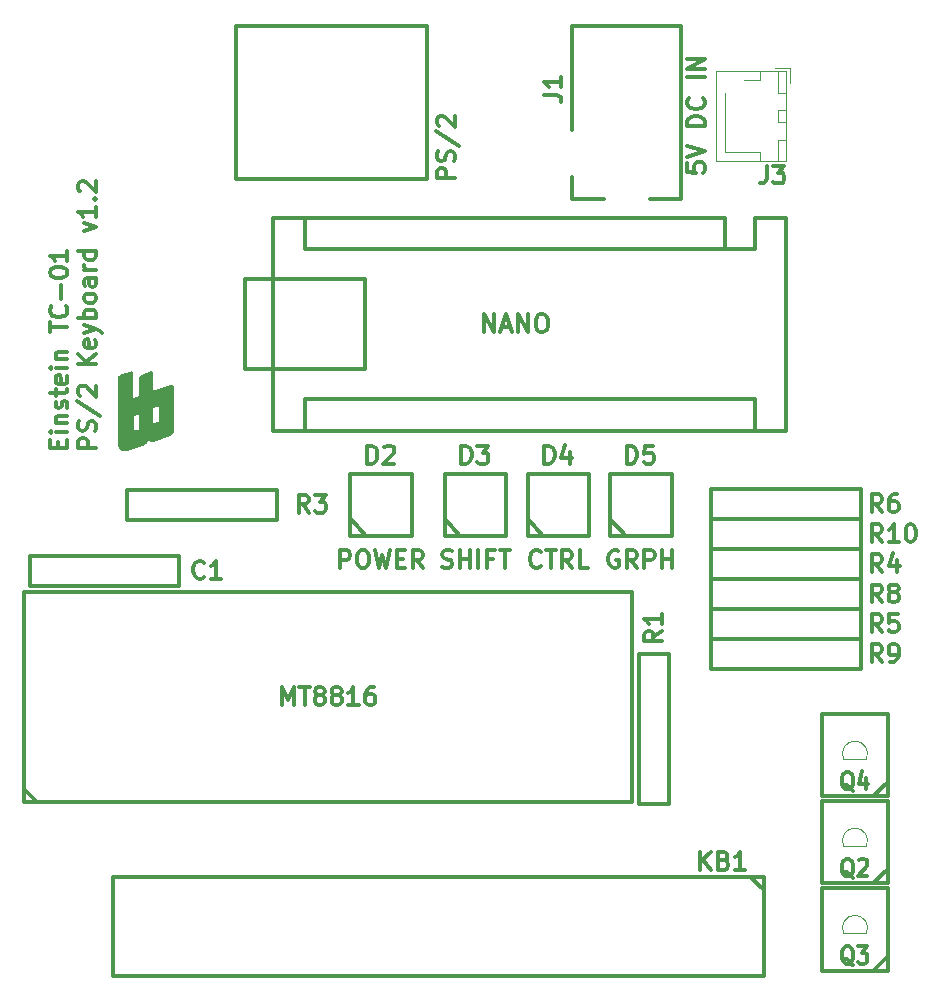
<source format=gbr>
%TF.GenerationSoftware,KiCad,Pcbnew,9.0.3*%
%TF.CreationDate,2025-11-18T20:02:22+00:00*%
%TF.ProjectId,EinsteinTC01PS2,45696e73-7465-4696-9e54-433031505332,rev?*%
%TF.SameCoordinates,Original*%
%TF.FileFunction,Legend,Top*%
%TF.FilePolarity,Positive*%
%FSLAX46Y46*%
G04 Gerber Fmt 4.6, Leading zero omitted, Abs format (unit mm)*
G04 Created by KiCad (PCBNEW 9.0.3) date 2025-11-18 20:02:22*
%MOMM*%
%LPD*%
G01*
G04 APERTURE LIST*
%ADD10C,0.300000*%
%ADD11C,0.120000*%
%ADD12C,0.100000*%
%ADD13C,0.000000*%
G04 APERTURE END LIST*
D10*
X163524938Y-88542386D02*
X163524938Y-88042386D01*
X164310652Y-87828100D02*
X164310652Y-88542386D01*
X164310652Y-88542386D02*
X162810652Y-88542386D01*
X162810652Y-88542386D02*
X162810652Y-87828100D01*
X164310652Y-87185243D02*
X163310652Y-87185243D01*
X162810652Y-87185243D02*
X162882081Y-87256671D01*
X162882081Y-87256671D02*
X162953509Y-87185243D01*
X162953509Y-87185243D02*
X162882081Y-87113814D01*
X162882081Y-87113814D02*
X162810652Y-87185243D01*
X162810652Y-87185243D02*
X162953509Y-87185243D01*
X163310652Y-86470957D02*
X164310652Y-86470957D01*
X163453509Y-86470957D02*
X163382081Y-86399528D01*
X163382081Y-86399528D02*
X163310652Y-86256671D01*
X163310652Y-86256671D02*
X163310652Y-86042385D01*
X163310652Y-86042385D02*
X163382081Y-85899528D01*
X163382081Y-85899528D02*
X163524938Y-85828100D01*
X163524938Y-85828100D02*
X164310652Y-85828100D01*
X164239224Y-85185242D02*
X164310652Y-85042385D01*
X164310652Y-85042385D02*
X164310652Y-84756671D01*
X164310652Y-84756671D02*
X164239224Y-84613814D01*
X164239224Y-84613814D02*
X164096366Y-84542385D01*
X164096366Y-84542385D02*
X164024938Y-84542385D01*
X164024938Y-84542385D02*
X163882081Y-84613814D01*
X163882081Y-84613814D02*
X163810652Y-84756671D01*
X163810652Y-84756671D02*
X163810652Y-84970957D01*
X163810652Y-84970957D02*
X163739224Y-85113814D01*
X163739224Y-85113814D02*
X163596366Y-85185242D01*
X163596366Y-85185242D02*
X163524938Y-85185242D01*
X163524938Y-85185242D02*
X163382081Y-85113814D01*
X163382081Y-85113814D02*
X163310652Y-84970957D01*
X163310652Y-84970957D02*
X163310652Y-84756671D01*
X163310652Y-84756671D02*
X163382081Y-84613814D01*
X163310652Y-84113813D02*
X163310652Y-83542385D01*
X162810652Y-83899528D02*
X164096366Y-83899528D01*
X164096366Y-83899528D02*
X164239224Y-83828099D01*
X164239224Y-83828099D02*
X164310652Y-83685242D01*
X164310652Y-83685242D02*
X164310652Y-83542385D01*
X164239224Y-82470956D02*
X164310652Y-82613813D01*
X164310652Y-82613813D02*
X164310652Y-82899528D01*
X164310652Y-82899528D02*
X164239224Y-83042385D01*
X164239224Y-83042385D02*
X164096366Y-83113813D01*
X164096366Y-83113813D02*
X163524938Y-83113813D01*
X163524938Y-83113813D02*
X163382081Y-83042385D01*
X163382081Y-83042385D02*
X163310652Y-82899528D01*
X163310652Y-82899528D02*
X163310652Y-82613813D01*
X163310652Y-82613813D02*
X163382081Y-82470956D01*
X163382081Y-82470956D02*
X163524938Y-82399528D01*
X163524938Y-82399528D02*
X163667795Y-82399528D01*
X163667795Y-82399528D02*
X163810652Y-83113813D01*
X164310652Y-81756671D02*
X163310652Y-81756671D01*
X162810652Y-81756671D02*
X162882081Y-81828099D01*
X162882081Y-81828099D02*
X162953509Y-81756671D01*
X162953509Y-81756671D02*
X162882081Y-81685242D01*
X162882081Y-81685242D02*
X162810652Y-81756671D01*
X162810652Y-81756671D02*
X162953509Y-81756671D01*
X163310652Y-81042385D02*
X164310652Y-81042385D01*
X163453509Y-81042385D02*
X163382081Y-80970956D01*
X163382081Y-80970956D02*
X163310652Y-80828099D01*
X163310652Y-80828099D02*
X163310652Y-80613813D01*
X163310652Y-80613813D02*
X163382081Y-80470956D01*
X163382081Y-80470956D02*
X163524938Y-80399528D01*
X163524938Y-80399528D02*
X164310652Y-80399528D01*
X162810652Y-78756670D02*
X162810652Y-77899528D01*
X164310652Y-78328099D02*
X162810652Y-78328099D01*
X164167795Y-76542385D02*
X164239224Y-76613813D01*
X164239224Y-76613813D02*
X164310652Y-76828099D01*
X164310652Y-76828099D02*
X164310652Y-76970956D01*
X164310652Y-76970956D02*
X164239224Y-77185242D01*
X164239224Y-77185242D02*
X164096366Y-77328099D01*
X164096366Y-77328099D02*
X163953509Y-77399528D01*
X163953509Y-77399528D02*
X163667795Y-77470956D01*
X163667795Y-77470956D02*
X163453509Y-77470956D01*
X163453509Y-77470956D02*
X163167795Y-77399528D01*
X163167795Y-77399528D02*
X163024938Y-77328099D01*
X163024938Y-77328099D02*
X162882081Y-77185242D01*
X162882081Y-77185242D02*
X162810652Y-76970956D01*
X162810652Y-76970956D02*
X162810652Y-76828099D01*
X162810652Y-76828099D02*
X162882081Y-76613813D01*
X162882081Y-76613813D02*
X162953509Y-76542385D01*
X163739224Y-75899528D02*
X163739224Y-74756671D01*
X162810652Y-73756670D02*
X162810652Y-73613813D01*
X162810652Y-73613813D02*
X162882081Y-73470956D01*
X162882081Y-73470956D02*
X162953509Y-73399528D01*
X162953509Y-73399528D02*
X163096366Y-73328099D01*
X163096366Y-73328099D02*
X163382081Y-73256670D01*
X163382081Y-73256670D02*
X163739224Y-73256670D01*
X163739224Y-73256670D02*
X164024938Y-73328099D01*
X164024938Y-73328099D02*
X164167795Y-73399528D01*
X164167795Y-73399528D02*
X164239224Y-73470956D01*
X164239224Y-73470956D02*
X164310652Y-73613813D01*
X164310652Y-73613813D02*
X164310652Y-73756670D01*
X164310652Y-73756670D02*
X164239224Y-73899528D01*
X164239224Y-73899528D02*
X164167795Y-73970956D01*
X164167795Y-73970956D02*
X164024938Y-74042385D01*
X164024938Y-74042385D02*
X163739224Y-74113813D01*
X163739224Y-74113813D02*
X163382081Y-74113813D01*
X163382081Y-74113813D02*
X163096366Y-74042385D01*
X163096366Y-74042385D02*
X162953509Y-73970956D01*
X162953509Y-73970956D02*
X162882081Y-73899528D01*
X162882081Y-73899528D02*
X162810652Y-73756670D01*
X164310652Y-71828099D02*
X164310652Y-72685242D01*
X164310652Y-72256671D02*
X162810652Y-72256671D01*
X162810652Y-72256671D02*
X163024938Y-72399528D01*
X163024938Y-72399528D02*
X163167795Y-72542385D01*
X163167795Y-72542385D02*
X163239224Y-72685242D01*
X166725568Y-88542386D02*
X165225568Y-88542386D01*
X165225568Y-88542386D02*
X165225568Y-87970957D01*
X165225568Y-87970957D02*
X165296997Y-87828100D01*
X165296997Y-87828100D02*
X165368425Y-87756671D01*
X165368425Y-87756671D02*
X165511282Y-87685243D01*
X165511282Y-87685243D02*
X165725568Y-87685243D01*
X165725568Y-87685243D02*
X165868425Y-87756671D01*
X165868425Y-87756671D02*
X165939854Y-87828100D01*
X165939854Y-87828100D02*
X166011282Y-87970957D01*
X166011282Y-87970957D02*
X166011282Y-88542386D01*
X166654140Y-87113814D02*
X166725568Y-86899529D01*
X166725568Y-86899529D02*
X166725568Y-86542386D01*
X166725568Y-86542386D02*
X166654140Y-86399529D01*
X166654140Y-86399529D02*
X166582711Y-86328100D01*
X166582711Y-86328100D02*
X166439854Y-86256671D01*
X166439854Y-86256671D02*
X166296997Y-86256671D01*
X166296997Y-86256671D02*
X166154140Y-86328100D01*
X166154140Y-86328100D02*
X166082711Y-86399529D01*
X166082711Y-86399529D02*
X166011282Y-86542386D01*
X166011282Y-86542386D02*
X165939854Y-86828100D01*
X165939854Y-86828100D02*
X165868425Y-86970957D01*
X165868425Y-86970957D02*
X165796997Y-87042386D01*
X165796997Y-87042386D02*
X165654140Y-87113814D01*
X165654140Y-87113814D02*
X165511282Y-87113814D01*
X165511282Y-87113814D02*
X165368425Y-87042386D01*
X165368425Y-87042386D02*
X165296997Y-86970957D01*
X165296997Y-86970957D02*
X165225568Y-86828100D01*
X165225568Y-86828100D02*
X165225568Y-86470957D01*
X165225568Y-86470957D02*
X165296997Y-86256671D01*
X165154140Y-84542386D02*
X167082711Y-85828100D01*
X165368425Y-84113814D02*
X165296997Y-84042386D01*
X165296997Y-84042386D02*
X165225568Y-83899529D01*
X165225568Y-83899529D02*
X165225568Y-83542386D01*
X165225568Y-83542386D02*
X165296997Y-83399529D01*
X165296997Y-83399529D02*
X165368425Y-83328100D01*
X165368425Y-83328100D02*
X165511282Y-83256671D01*
X165511282Y-83256671D02*
X165654140Y-83256671D01*
X165654140Y-83256671D02*
X165868425Y-83328100D01*
X165868425Y-83328100D02*
X166725568Y-84185243D01*
X166725568Y-84185243D02*
X166725568Y-83256671D01*
X166725568Y-81470958D02*
X165225568Y-81470958D01*
X166725568Y-80613815D02*
X165868425Y-81256672D01*
X165225568Y-80613815D02*
X166082711Y-81470958D01*
X166654140Y-79399529D02*
X166725568Y-79542386D01*
X166725568Y-79542386D02*
X166725568Y-79828101D01*
X166725568Y-79828101D02*
X166654140Y-79970958D01*
X166654140Y-79970958D02*
X166511282Y-80042386D01*
X166511282Y-80042386D02*
X165939854Y-80042386D01*
X165939854Y-80042386D02*
X165796997Y-79970958D01*
X165796997Y-79970958D02*
X165725568Y-79828101D01*
X165725568Y-79828101D02*
X165725568Y-79542386D01*
X165725568Y-79542386D02*
X165796997Y-79399529D01*
X165796997Y-79399529D02*
X165939854Y-79328101D01*
X165939854Y-79328101D02*
X166082711Y-79328101D01*
X166082711Y-79328101D02*
X166225568Y-80042386D01*
X165725568Y-78828101D02*
X166725568Y-78470958D01*
X165725568Y-78113815D02*
X166725568Y-78470958D01*
X166725568Y-78470958D02*
X167082711Y-78613815D01*
X167082711Y-78613815D02*
X167154140Y-78685244D01*
X167154140Y-78685244D02*
X167225568Y-78828101D01*
X166725568Y-77542387D02*
X165225568Y-77542387D01*
X165796997Y-77542387D02*
X165725568Y-77399530D01*
X165725568Y-77399530D02*
X165725568Y-77113815D01*
X165725568Y-77113815D02*
X165796997Y-76970958D01*
X165796997Y-76970958D02*
X165868425Y-76899530D01*
X165868425Y-76899530D02*
X166011282Y-76828101D01*
X166011282Y-76828101D02*
X166439854Y-76828101D01*
X166439854Y-76828101D02*
X166582711Y-76899530D01*
X166582711Y-76899530D02*
X166654140Y-76970958D01*
X166654140Y-76970958D02*
X166725568Y-77113815D01*
X166725568Y-77113815D02*
X166725568Y-77399530D01*
X166725568Y-77399530D02*
X166654140Y-77542387D01*
X166725568Y-75970958D02*
X166654140Y-76113815D01*
X166654140Y-76113815D02*
X166582711Y-76185244D01*
X166582711Y-76185244D02*
X166439854Y-76256672D01*
X166439854Y-76256672D02*
X166011282Y-76256672D01*
X166011282Y-76256672D02*
X165868425Y-76185244D01*
X165868425Y-76185244D02*
X165796997Y-76113815D01*
X165796997Y-76113815D02*
X165725568Y-75970958D01*
X165725568Y-75970958D02*
X165725568Y-75756672D01*
X165725568Y-75756672D02*
X165796997Y-75613815D01*
X165796997Y-75613815D02*
X165868425Y-75542387D01*
X165868425Y-75542387D02*
X166011282Y-75470958D01*
X166011282Y-75470958D02*
X166439854Y-75470958D01*
X166439854Y-75470958D02*
X166582711Y-75542387D01*
X166582711Y-75542387D02*
X166654140Y-75613815D01*
X166654140Y-75613815D02*
X166725568Y-75756672D01*
X166725568Y-75756672D02*
X166725568Y-75970958D01*
X166725568Y-74185244D02*
X165939854Y-74185244D01*
X165939854Y-74185244D02*
X165796997Y-74256672D01*
X165796997Y-74256672D02*
X165725568Y-74399529D01*
X165725568Y-74399529D02*
X165725568Y-74685244D01*
X165725568Y-74685244D02*
X165796997Y-74828101D01*
X166654140Y-74185244D02*
X166725568Y-74328101D01*
X166725568Y-74328101D02*
X166725568Y-74685244D01*
X166725568Y-74685244D02*
X166654140Y-74828101D01*
X166654140Y-74828101D02*
X166511282Y-74899529D01*
X166511282Y-74899529D02*
X166368425Y-74899529D01*
X166368425Y-74899529D02*
X166225568Y-74828101D01*
X166225568Y-74828101D02*
X166154140Y-74685244D01*
X166154140Y-74685244D02*
X166154140Y-74328101D01*
X166154140Y-74328101D02*
X166082711Y-74185244D01*
X166725568Y-73470958D02*
X165725568Y-73470958D01*
X166011282Y-73470958D02*
X165868425Y-73399529D01*
X165868425Y-73399529D02*
X165796997Y-73328101D01*
X165796997Y-73328101D02*
X165725568Y-73185243D01*
X165725568Y-73185243D02*
X165725568Y-73042386D01*
X166725568Y-71899530D02*
X165225568Y-71899530D01*
X166654140Y-71899530D02*
X166725568Y-72042387D01*
X166725568Y-72042387D02*
X166725568Y-72328101D01*
X166725568Y-72328101D02*
X166654140Y-72470958D01*
X166654140Y-72470958D02*
X166582711Y-72542387D01*
X166582711Y-72542387D02*
X166439854Y-72613815D01*
X166439854Y-72613815D02*
X166011282Y-72613815D01*
X166011282Y-72613815D02*
X165868425Y-72542387D01*
X165868425Y-72542387D02*
X165796997Y-72470958D01*
X165796997Y-72470958D02*
X165725568Y-72328101D01*
X165725568Y-72328101D02*
X165725568Y-72042387D01*
X165725568Y-72042387D02*
X165796997Y-71899530D01*
X165725568Y-70185244D02*
X166725568Y-69828101D01*
X166725568Y-69828101D02*
X165725568Y-69470958D01*
X166725568Y-68113815D02*
X166725568Y-68970958D01*
X166725568Y-68542387D02*
X165225568Y-68542387D01*
X165225568Y-68542387D02*
X165439854Y-68685244D01*
X165439854Y-68685244D02*
X165582711Y-68828101D01*
X165582711Y-68828101D02*
X165654140Y-68970958D01*
X166582711Y-67470959D02*
X166654140Y-67399530D01*
X166654140Y-67399530D02*
X166725568Y-67470959D01*
X166725568Y-67470959D02*
X166654140Y-67542387D01*
X166654140Y-67542387D02*
X166582711Y-67470959D01*
X166582711Y-67470959D02*
X166725568Y-67470959D01*
X165368425Y-66828101D02*
X165296997Y-66756673D01*
X165296997Y-66756673D02*
X165225568Y-66613816D01*
X165225568Y-66613816D02*
X165225568Y-66256673D01*
X165225568Y-66256673D02*
X165296997Y-66113816D01*
X165296997Y-66113816D02*
X165368425Y-66042387D01*
X165368425Y-66042387D02*
X165511282Y-65970958D01*
X165511282Y-65970958D02*
X165654140Y-65970958D01*
X165654140Y-65970958D02*
X165868425Y-66042387D01*
X165868425Y-66042387D02*
X166725568Y-66899530D01*
X166725568Y-66899530D02*
X166725568Y-65970958D01*
X233265714Y-104138328D02*
X232765714Y-103424042D01*
X232408571Y-104138328D02*
X232408571Y-102638328D01*
X232408571Y-102638328D02*
X232980000Y-102638328D01*
X232980000Y-102638328D02*
X233122857Y-102709757D01*
X233122857Y-102709757D02*
X233194286Y-102781185D01*
X233194286Y-102781185D02*
X233265714Y-102924042D01*
X233265714Y-102924042D02*
X233265714Y-103138328D01*
X233265714Y-103138328D02*
X233194286Y-103281185D01*
X233194286Y-103281185D02*
X233122857Y-103352614D01*
X233122857Y-103352614D02*
X232980000Y-103424042D01*
X232980000Y-103424042D02*
X232408571Y-103424042D01*
X234622857Y-102638328D02*
X233908571Y-102638328D01*
X233908571Y-102638328D02*
X233837143Y-103352614D01*
X233837143Y-103352614D02*
X233908571Y-103281185D01*
X233908571Y-103281185D02*
X234051429Y-103209757D01*
X234051429Y-103209757D02*
X234408571Y-103209757D01*
X234408571Y-103209757D02*
X234551429Y-103281185D01*
X234551429Y-103281185D02*
X234622857Y-103352614D01*
X234622857Y-103352614D02*
X234694286Y-103495471D01*
X234694286Y-103495471D02*
X234694286Y-103852614D01*
X234694286Y-103852614D02*
X234622857Y-103995471D01*
X234622857Y-103995471D02*
X234551429Y-104066900D01*
X234551429Y-104066900D02*
X234408571Y-104138328D01*
X234408571Y-104138328D02*
X234051429Y-104138328D01*
X234051429Y-104138328D02*
X233908571Y-104066900D01*
X233908571Y-104066900D02*
X233837143Y-103995471D01*
X233265714Y-99048328D02*
X232765714Y-98334042D01*
X232408571Y-99048328D02*
X232408571Y-97548328D01*
X232408571Y-97548328D02*
X232980000Y-97548328D01*
X232980000Y-97548328D02*
X233122857Y-97619757D01*
X233122857Y-97619757D02*
X233194286Y-97691185D01*
X233194286Y-97691185D02*
X233265714Y-97834042D01*
X233265714Y-97834042D02*
X233265714Y-98048328D01*
X233265714Y-98048328D02*
X233194286Y-98191185D01*
X233194286Y-98191185D02*
X233122857Y-98262614D01*
X233122857Y-98262614D02*
X232980000Y-98334042D01*
X232980000Y-98334042D02*
X232408571Y-98334042D01*
X234551429Y-98048328D02*
X234551429Y-99048328D01*
X234194286Y-97476900D02*
X233837143Y-98548328D01*
X233837143Y-98548328D02*
X234765714Y-98548328D01*
X223500000Y-64648328D02*
X223500000Y-65719757D01*
X223500000Y-65719757D02*
X223428571Y-65934042D01*
X223428571Y-65934042D02*
X223285714Y-66076900D01*
X223285714Y-66076900D02*
X223071428Y-66148328D01*
X223071428Y-66148328D02*
X222928571Y-66148328D01*
X224071428Y-64648328D02*
X225000000Y-64648328D01*
X225000000Y-64648328D02*
X224500000Y-65219757D01*
X224500000Y-65219757D02*
X224714285Y-65219757D01*
X224714285Y-65219757D02*
X224857143Y-65291185D01*
X224857143Y-65291185D02*
X224928571Y-65362614D01*
X224928571Y-65362614D02*
X225000000Y-65505471D01*
X225000000Y-65505471D02*
X225000000Y-65862614D01*
X225000000Y-65862614D02*
X224928571Y-66005471D01*
X224928571Y-66005471D02*
X224857143Y-66076900D01*
X224857143Y-66076900D02*
X224714285Y-66148328D01*
X224714285Y-66148328D02*
X224285714Y-66148328D01*
X224285714Y-66148328D02*
X224142857Y-66076900D01*
X224142857Y-66076900D02*
X224071428Y-66005471D01*
X204638328Y-58639999D02*
X205709757Y-58639999D01*
X205709757Y-58639999D02*
X205924042Y-58711428D01*
X205924042Y-58711428D02*
X206066900Y-58854285D01*
X206066900Y-58854285D02*
X206138328Y-59068571D01*
X206138328Y-59068571D02*
X206138328Y-59211428D01*
X206138328Y-57139999D02*
X206138328Y-57997142D01*
X206138328Y-57568571D02*
X204638328Y-57568571D01*
X204638328Y-57568571D02*
X204852614Y-57711428D01*
X204852614Y-57711428D02*
X204995471Y-57854285D01*
X204995471Y-57854285D02*
X205066900Y-57997142D01*
X216788328Y-64441428D02*
X216788328Y-65155714D01*
X216788328Y-65155714D02*
X217502614Y-65227142D01*
X217502614Y-65227142D02*
X217431185Y-65155714D01*
X217431185Y-65155714D02*
X217359757Y-65012857D01*
X217359757Y-65012857D02*
X217359757Y-64655714D01*
X217359757Y-64655714D02*
X217431185Y-64512857D01*
X217431185Y-64512857D02*
X217502614Y-64441428D01*
X217502614Y-64441428D02*
X217645471Y-64369999D01*
X217645471Y-64369999D02*
X218002614Y-64369999D01*
X218002614Y-64369999D02*
X218145471Y-64441428D01*
X218145471Y-64441428D02*
X218216900Y-64512857D01*
X218216900Y-64512857D02*
X218288328Y-64655714D01*
X218288328Y-64655714D02*
X218288328Y-65012857D01*
X218288328Y-65012857D02*
X218216900Y-65155714D01*
X218216900Y-65155714D02*
X218145471Y-65227142D01*
X216788328Y-63941428D02*
X218288328Y-63441428D01*
X218288328Y-63441428D02*
X216788328Y-62941428D01*
X218288328Y-61298572D02*
X216788328Y-61298572D01*
X216788328Y-61298572D02*
X216788328Y-60941429D01*
X216788328Y-60941429D02*
X216859757Y-60727143D01*
X216859757Y-60727143D02*
X217002614Y-60584286D01*
X217002614Y-60584286D02*
X217145471Y-60512857D01*
X217145471Y-60512857D02*
X217431185Y-60441429D01*
X217431185Y-60441429D02*
X217645471Y-60441429D01*
X217645471Y-60441429D02*
X217931185Y-60512857D01*
X217931185Y-60512857D02*
X218074042Y-60584286D01*
X218074042Y-60584286D02*
X218216900Y-60727143D01*
X218216900Y-60727143D02*
X218288328Y-60941429D01*
X218288328Y-60941429D02*
X218288328Y-61298572D01*
X218145471Y-58941429D02*
X218216900Y-59012857D01*
X218216900Y-59012857D02*
X218288328Y-59227143D01*
X218288328Y-59227143D02*
X218288328Y-59370000D01*
X218288328Y-59370000D02*
X218216900Y-59584286D01*
X218216900Y-59584286D02*
X218074042Y-59727143D01*
X218074042Y-59727143D02*
X217931185Y-59798572D01*
X217931185Y-59798572D02*
X217645471Y-59870000D01*
X217645471Y-59870000D02*
X217431185Y-59870000D01*
X217431185Y-59870000D02*
X217145471Y-59798572D01*
X217145471Y-59798572D02*
X217002614Y-59727143D01*
X217002614Y-59727143D02*
X216859757Y-59584286D01*
X216859757Y-59584286D02*
X216788328Y-59370000D01*
X216788328Y-59370000D02*
X216788328Y-59227143D01*
X216788328Y-59227143D02*
X216859757Y-59012857D01*
X216859757Y-59012857D02*
X216931185Y-58941429D01*
X218288328Y-57155715D02*
X216788328Y-57155715D01*
X218288328Y-56441429D02*
X216788328Y-56441429D01*
X216788328Y-56441429D02*
X218288328Y-55584286D01*
X218288328Y-55584286D02*
X216788328Y-55584286D01*
X233265714Y-106678328D02*
X232765714Y-105964042D01*
X232408571Y-106678328D02*
X232408571Y-105178328D01*
X232408571Y-105178328D02*
X232980000Y-105178328D01*
X232980000Y-105178328D02*
X233122857Y-105249757D01*
X233122857Y-105249757D02*
X233194286Y-105321185D01*
X233194286Y-105321185D02*
X233265714Y-105464042D01*
X233265714Y-105464042D02*
X233265714Y-105678328D01*
X233265714Y-105678328D02*
X233194286Y-105821185D01*
X233194286Y-105821185D02*
X233122857Y-105892614D01*
X233122857Y-105892614D02*
X232980000Y-105964042D01*
X232980000Y-105964042D02*
X232408571Y-105964042D01*
X233980000Y-106678328D02*
X234265714Y-106678328D01*
X234265714Y-106678328D02*
X234408571Y-106606900D01*
X234408571Y-106606900D02*
X234480000Y-106535471D01*
X234480000Y-106535471D02*
X234622857Y-106321185D01*
X234622857Y-106321185D02*
X234694286Y-106035471D01*
X234694286Y-106035471D02*
X234694286Y-105464042D01*
X234694286Y-105464042D02*
X234622857Y-105321185D01*
X234622857Y-105321185D02*
X234551429Y-105249757D01*
X234551429Y-105249757D02*
X234408571Y-105178328D01*
X234408571Y-105178328D02*
X234122857Y-105178328D01*
X234122857Y-105178328D02*
X233980000Y-105249757D01*
X233980000Y-105249757D02*
X233908571Y-105321185D01*
X233908571Y-105321185D02*
X233837143Y-105464042D01*
X233837143Y-105464042D02*
X233837143Y-105821185D01*
X233837143Y-105821185D02*
X233908571Y-105964042D01*
X233908571Y-105964042D02*
X233980000Y-106035471D01*
X233980000Y-106035471D02*
X234122857Y-106106900D01*
X234122857Y-106106900D02*
X234408571Y-106106900D01*
X234408571Y-106106900D02*
X234551429Y-106035471D01*
X234551429Y-106035471D02*
X234622857Y-105964042D01*
X234622857Y-105964042D02*
X234694286Y-105821185D01*
X211682857Y-89858328D02*
X211682857Y-88358328D01*
X211682857Y-88358328D02*
X212040000Y-88358328D01*
X212040000Y-88358328D02*
X212254286Y-88429757D01*
X212254286Y-88429757D02*
X212397143Y-88572614D01*
X212397143Y-88572614D02*
X212468572Y-88715471D01*
X212468572Y-88715471D02*
X212540000Y-89001185D01*
X212540000Y-89001185D02*
X212540000Y-89215471D01*
X212540000Y-89215471D02*
X212468572Y-89501185D01*
X212468572Y-89501185D02*
X212397143Y-89644042D01*
X212397143Y-89644042D02*
X212254286Y-89786900D01*
X212254286Y-89786900D02*
X212040000Y-89858328D01*
X212040000Y-89858328D02*
X211682857Y-89858328D01*
X213897143Y-88358328D02*
X213182857Y-88358328D01*
X213182857Y-88358328D02*
X213111429Y-89072614D01*
X213111429Y-89072614D02*
X213182857Y-89001185D01*
X213182857Y-89001185D02*
X213325715Y-88929757D01*
X213325715Y-88929757D02*
X213682857Y-88929757D01*
X213682857Y-88929757D02*
X213825715Y-89001185D01*
X213825715Y-89001185D02*
X213897143Y-89072614D01*
X213897143Y-89072614D02*
X213968572Y-89215471D01*
X213968572Y-89215471D02*
X213968572Y-89572614D01*
X213968572Y-89572614D02*
X213897143Y-89715471D01*
X213897143Y-89715471D02*
X213825715Y-89786900D01*
X213825715Y-89786900D02*
X213682857Y-89858328D01*
X213682857Y-89858328D02*
X213325715Y-89858328D01*
X213325715Y-89858328D02*
X213182857Y-89786900D01*
X213182857Y-89786900D02*
X213111429Y-89715471D01*
X210947143Y-97274757D02*
X210804286Y-97203328D01*
X210804286Y-97203328D02*
X210590000Y-97203328D01*
X210590000Y-97203328D02*
X210375714Y-97274757D01*
X210375714Y-97274757D02*
X210232857Y-97417614D01*
X210232857Y-97417614D02*
X210161428Y-97560471D01*
X210161428Y-97560471D02*
X210090000Y-97846185D01*
X210090000Y-97846185D02*
X210090000Y-98060471D01*
X210090000Y-98060471D02*
X210161428Y-98346185D01*
X210161428Y-98346185D02*
X210232857Y-98489042D01*
X210232857Y-98489042D02*
X210375714Y-98631900D01*
X210375714Y-98631900D02*
X210590000Y-98703328D01*
X210590000Y-98703328D02*
X210732857Y-98703328D01*
X210732857Y-98703328D02*
X210947143Y-98631900D01*
X210947143Y-98631900D02*
X211018571Y-98560471D01*
X211018571Y-98560471D02*
X211018571Y-98060471D01*
X211018571Y-98060471D02*
X210732857Y-98060471D01*
X212518571Y-98703328D02*
X212018571Y-97989042D01*
X211661428Y-98703328D02*
X211661428Y-97203328D01*
X211661428Y-97203328D02*
X212232857Y-97203328D01*
X212232857Y-97203328D02*
X212375714Y-97274757D01*
X212375714Y-97274757D02*
X212447143Y-97346185D01*
X212447143Y-97346185D02*
X212518571Y-97489042D01*
X212518571Y-97489042D02*
X212518571Y-97703328D01*
X212518571Y-97703328D02*
X212447143Y-97846185D01*
X212447143Y-97846185D02*
X212375714Y-97917614D01*
X212375714Y-97917614D02*
X212232857Y-97989042D01*
X212232857Y-97989042D02*
X211661428Y-97989042D01*
X213161428Y-98703328D02*
X213161428Y-97203328D01*
X213161428Y-97203328D02*
X213732857Y-97203328D01*
X213732857Y-97203328D02*
X213875714Y-97274757D01*
X213875714Y-97274757D02*
X213947143Y-97346185D01*
X213947143Y-97346185D02*
X214018571Y-97489042D01*
X214018571Y-97489042D02*
X214018571Y-97703328D01*
X214018571Y-97703328D02*
X213947143Y-97846185D01*
X213947143Y-97846185D02*
X213875714Y-97917614D01*
X213875714Y-97917614D02*
X213732857Y-97989042D01*
X213732857Y-97989042D02*
X213161428Y-97989042D01*
X214661428Y-98703328D02*
X214661428Y-97203328D01*
X214661428Y-97917614D02*
X215518571Y-97917614D01*
X215518571Y-98703328D02*
X215518571Y-97203328D01*
X199607142Y-78728328D02*
X199607142Y-77228328D01*
X199607142Y-77228328D02*
X200464285Y-78728328D01*
X200464285Y-78728328D02*
X200464285Y-77228328D01*
X201107143Y-78299757D02*
X201821429Y-78299757D01*
X200964286Y-78728328D02*
X201464286Y-77228328D01*
X201464286Y-77228328D02*
X201964286Y-78728328D01*
X202464285Y-78728328D02*
X202464285Y-77228328D01*
X202464285Y-77228328D02*
X203321428Y-78728328D01*
X203321428Y-78728328D02*
X203321428Y-77228328D01*
X204321429Y-77228328D02*
X204607143Y-77228328D01*
X204607143Y-77228328D02*
X204750000Y-77299757D01*
X204750000Y-77299757D02*
X204892857Y-77442614D01*
X204892857Y-77442614D02*
X204964286Y-77728328D01*
X204964286Y-77728328D02*
X204964286Y-78228328D01*
X204964286Y-78228328D02*
X204892857Y-78514042D01*
X204892857Y-78514042D02*
X204750000Y-78656900D01*
X204750000Y-78656900D02*
X204607143Y-78728328D01*
X204607143Y-78728328D02*
X204321429Y-78728328D01*
X204321429Y-78728328D02*
X204178572Y-78656900D01*
X204178572Y-78656900D02*
X204035714Y-78514042D01*
X204035714Y-78514042D02*
X203964286Y-78228328D01*
X203964286Y-78228328D02*
X203964286Y-77728328D01*
X203964286Y-77728328D02*
X204035714Y-77442614D01*
X204035714Y-77442614D02*
X204178572Y-77299757D01*
X204178572Y-77299757D02*
X204321429Y-77228328D01*
X204692857Y-89858328D02*
X204692857Y-88358328D01*
X204692857Y-88358328D02*
X205050000Y-88358328D01*
X205050000Y-88358328D02*
X205264286Y-88429757D01*
X205264286Y-88429757D02*
X205407143Y-88572614D01*
X205407143Y-88572614D02*
X205478572Y-88715471D01*
X205478572Y-88715471D02*
X205550000Y-89001185D01*
X205550000Y-89001185D02*
X205550000Y-89215471D01*
X205550000Y-89215471D02*
X205478572Y-89501185D01*
X205478572Y-89501185D02*
X205407143Y-89644042D01*
X205407143Y-89644042D02*
X205264286Y-89786900D01*
X205264286Y-89786900D02*
X205050000Y-89858328D01*
X205050000Y-89858328D02*
X204692857Y-89858328D01*
X206835715Y-88858328D02*
X206835715Y-89858328D01*
X206478572Y-88286900D02*
X206121429Y-89358328D01*
X206121429Y-89358328D02*
X207050000Y-89358328D01*
X204385714Y-98560471D02*
X204314286Y-98631900D01*
X204314286Y-98631900D02*
X204100000Y-98703328D01*
X204100000Y-98703328D02*
X203957143Y-98703328D01*
X203957143Y-98703328D02*
X203742857Y-98631900D01*
X203742857Y-98631900D02*
X203600000Y-98489042D01*
X203600000Y-98489042D02*
X203528571Y-98346185D01*
X203528571Y-98346185D02*
X203457143Y-98060471D01*
X203457143Y-98060471D02*
X203457143Y-97846185D01*
X203457143Y-97846185D02*
X203528571Y-97560471D01*
X203528571Y-97560471D02*
X203600000Y-97417614D01*
X203600000Y-97417614D02*
X203742857Y-97274757D01*
X203742857Y-97274757D02*
X203957143Y-97203328D01*
X203957143Y-97203328D02*
X204100000Y-97203328D01*
X204100000Y-97203328D02*
X204314286Y-97274757D01*
X204314286Y-97274757D02*
X204385714Y-97346185D01*
X204814286Y-97203328D02*
X205671429Y-97203328D01*
X205242857Y-98703328D02*
X205242857Y-97203328D01*
X207028571Y-98703328D02*
X206528571Y-97989042D01*
X206171428Y-98703328D02*
X206171428Y-97203328D01*
X206171428Y-97203328D02*
X206742857Y-97203328D01*
X206742857Y-97203328D02*
X206885714Y-97274757D01*
X206885714Y-97274757D02*
X206957143Y-97346185D01*
X206957143Y-97346185D02*
X207028571Y-97489042D01*
X207028571Y-97489042D02*
X207028571Y-97703328D01*
X207028571Y-97703328D02*
X206957143Y-97846185D01*
X206957143Y-97846185D02*
X206885714Y-97917614D01*
X206885714Y-97917614D02*
X206742857Y-97989042D01*
X206742857Y-97989042D02*
X206171428Y-97989042D01*
X208385714Y-98703328D02*
X207671428Y-98703328D01*
X207671428Y-98703328D02*
X207671428Y-97203328D01*
X230856190Y-132351185D02*
X230732380Y-132279757D01*
X230732380Y-132279757D02*
X230608571Y-132136900D01*
X230608571Y-132136900D02*
X230422857Y-131922614D01*
X230422857Y-131922614D02*
X230299047Y-131851185D01*
X230299047Y-131851185D02*
X230175238Y-131851185D01*
X230237142Y-132208328D02*
X230113333Y-132136900D01*
X230113333Y-132136900D02*
X229989523Y-131994042D01*
X229989523Y-131994042D02*
X229927619Y-131708328D01*
X229927619Y-131708328D02*
X229927619Y-131208328D01*
X229927619Y-131208328D02*
X229989523Y-130922614D01*
X229989523Y-130922614D02*
X230113333Y-130779757D01*
X230113333Y-130779757D02*
X230237142Y-130708328D01*
X230237142Y-130708328D02*
X230484761Y-130708328D01*
X230484761Y-130708328D02*
X230608571Y-130779757D01*
X230608571Y-130779757D02*
X230732380Y-130922614D01*
X230732380Y-130922614D02*
X230794285Y-131208328D01*
X230794285Y-131208328D02*
X230794285Y-131708328D01*
X230794285Y-131708328D02*
X230732380Y-131994042D01*
X230732380Y-131994042D02*
X230608571Y-132136900D01*
X230608571Y-132136900D02*
X230484761Y-132208328D01*
X230484761Y-132208328D02*
X230237142Y-132208328D01*
X231227619Y-130708328D02*
X232032381Y-130708328D01*
X232032381Y-130708328D02*
X231599047Y-131279757D01*
X231599047Y-131279757D02*
X231784762Y-131279757D01*
X231784762Y-131279757D02*
X231908571Y-131351185D01*
X231908571Y-131351185D02*
X231970476Y-131422614D01*
X231970476Y-131422614D02*
X232032381Y-131565471D01*
X232032381Y-131565471D02*
X232032381Y-131922614D01*
X232032381Y-131922614D02*
X231970476Y-132065471D01*
X231970476Y-132065471D02*
X231908571Y-132136900D01*
X231908571Y-132136900D02*
X231784762Y-132208328D01*
X231784762Y-132208328D02*
X231413333Y-132208328D01*
X231413333Y-132208328D02*
X231289524Y-132136900D01*
X231289524Y-132136900D02*
X231227619Y-132065471D01*
X182456429Y-110318328D02*
X182456429Y-108818328D01*
X182456429Y-108818328D02*
X182956429Y-109889757D01*
X182956429Y-109889757D02*
X183456429Y-108818328D01*
X183456429Y-108818328D02*
X183456429Y-110318328D01*
X183956430Y-108818328D02*
X184813573Y-108818328D01*
X184385001Y-110318328D02*
X184385001Y-108818328D01*
X185527858Y-109461185D02*
X185385001Y-109389757D01*
X185385001Y-109389757D02*
X185313572Y-109318328D01*
X185313572Y-109318328D02*
X185242144Y-109175471D01*
X185242144Y-109175471D02*
X185242144Y-109104042D01*
X185242144Y-109104042D02*
X185313572Y-108961185D01*
X185313572Y-108961185D02*
X185385001Y-108889757D01*
X185385001Y-108889757D02*
X185527858Y-108818328D01*
X185527858Y-108818328D02*
X185813572Y-108818328D01*
X185813572Y-108818328D02*
X185956430Y-108889757D01*
X185956430Y-108889757D02*
X186027858Y-108961185D01*
X186027858Y-108961185D02*
X186099287Y-109104042D01*
X186099287Y-109104042D02*
X186099287Y-109175471D01*
X186099287Y-109175471D02*
X186027858Y-109318328D01*
X186027858Y-109318328D02*
X185956430Y-109389757D01*
X185956430Y-109389757D02*
X185813572Y-109461185D01*
X185813572Y-109461185D02*
X185527858Y-109461185D01*
X185527858Y-109461185D02*
X185385001Y-109532614D01*
X185385001Y-109532614D02*
X185313572Y-109604042D01*
X185313572Y-109604042D02*
X185242144Y-109746900D01*
X185242144Y-109746900D02*
X185242144Y-110032614D01*
X185242144Y-110032614D02*
X185313572Y-110175471D01*
X185313572Y-110175471D02*
X185385001Y-110246900D01*
X185385001Y-110246900D02*
X185527858Y-110318328D01*
X185527858Y-110318328D02*
X185813572Y-110318328D01*
X185813572Y-110318328D02*
X185956430Y-110246900D01*
X185956430Y-110246900D02*
X186027858Y-110175471D01*
X186027858Y-110175471D02*
X186099287Y-110032614D01*
X186099287Y-110032614D02*
X186099287Y-109746900D01*
X186099287Y-109746900D02*
X186027858Y-109604042D01*
X186027858Y-109604042D02*
X185956430Y-109532614D01*
X185956430Y-109532614D02*
X185813572Y-109461185D01*
X186956429Y-109461185D02*
X186813572Y-109389757D01*
X186813572Y-109389757D02*
X186742143Y-109318328D01*
X186742143Y-109318328D02*
X186670715Y-109175471D01*
X186670715Y-109175471D02*
X186670715Y-109104042D01*
X186670715Y-109104042D02*
X186742143Y-108961185D01*
X186742143Y-108961185D02*
X186813572Y-108889757D01*
X186813572Y-108889757D02*
X186956429Y-108818328D01*
X186956429Y-108818328D02*
X187242143Y-108818328D01*
X187242143Y-108818328D02*
X187385001Y-108889757D01*
X187385001Y-108889757D02*
X187456429Y-108961185D01*
X187456429Y-108961185D02*
X187527858Y-109104042D01*
X187527858Y-109104042D02*
X187527858Y-109175471D01*
X187527858Y-109175471D02*
X187456429Y-109318328D01*
X187456429Y-109318328D02*
X187385001Y-109389757D01*
X187385001Y-109389757D02*
X187242143Y-109461185D01*
X187242143Y-109461185D02*
X186956429Y-109461185D01*
X186956429Y-109461185D02*
X186813572Y-109532614D01*
X186813572Y-109532614D02*
X186742143Y-109604042D01*
X186742143Y-109604042D02*
X186670715Y-109746900D01*
X186670715Y-109746900D02*
X186670715Y-110032614D01*
X186670715Y-110032614D02*
X186742143Y-110175471D01*
X186742143Y-110175471D02*
X186813572Y-110246900D01*
X186813572Y-110246900D02*
X186956429Y-110318328D01*
X186956429Y-110318328D02*
X187242143Y-110318328D01*
X187242143Y-110318328D02*
X187385001Y-110246900D01*
X187385001Y-110246900D02*
X187456429Y-110175471D01*
X187456429Y-110175471D02*
X187527858Y-110032614D01*
X187527858Y-110032614D02*
X187527858Y-109746900D01*
X187527858Y-109746900D02*
X187456429Y-109604042D01*
X187456429Y-109604042D02*
X187385001Y-109532614D01*
X187385001Y-109532614D02*
X187242143Y-109461185D01*
X188956429Y-110318328D02*
X188099286Y-110318328D01*
X188527857Y-110318328D02*
X188527857Y-108818328D01*
X188527857Y-108818328D02*
X188385000Y-109032614D01*
X188385000Y-109032614D02*
X188242143Y-109175471D01*
X188242143Y-109175471D02*
X188099286Y-109246900D01*
X190242143Y-108818328D02*
X189956428Y-108818328D01*
X189956428Y-108818328D02*
X189813571Y-108889757D01*
X189813571Y-108889757D02*
X189742143Y-108961185D01*
X189742143Y-108961185D02*
X189599285Y-109175471D01*
X189599285Y-109175471D02*
X189527857Y-109461185D01*
X189527857Y-109461185D02*
X189527857Y-110032614D01*
X189527857Y-110032614D02*
X189599285Y-110175471D01*
X189599285Y-110175471D02*
X189670714Y-110246900D01*
X189670714Y-110246900D02*
X189813571Y-110318328D01*
X189813571Y-110318328D02*
X190099285Y-110318328D01*
X190099285Y-110318328D02*
X190242143Y-110246900D01*
X190242143Y-110246900D02*
X190313571Y-110175471D01*
X190313571Y-110175471D02*
X190385000Y-110032614D01*
X190385000Y-110032614D02*
X190385000Y-109675471D01*
X190385000Y-109675471D02*
X190313571Y-109532614D01*
X190313571Y-109532614D02*
X190242143Y-109461185D01*
X190242143Y-109461185D02*
X190099285Y-109389757D01*
X190099285Y-109389757D02*
X189813571Y-109389757D01*
X189813571Y-109389757D02*
X189670714Y-109461185D01*
X189670714Y-109461185D02*
X189599285Y-109532614D01*
X189599285Y-109532614D02*
X189527857Y-109675471D01*
X233265714Y-93978328D02*
X232765714Y-93264042D01*
X232408571Y-93978328D02*
X232408571Y-92478328D01*
X232408571Y-92478328D02*
X232980000Y-92478328D01*
X232980000Y-92478328D02*
X233122857Y-92549757D01*
X233122857Y-92549757D02*
X233194286Y-92621185D01*
X233194286Y-92621185D02*
X233265714Y-92764042D01*
X233265714Y-92764042D02*
X233265714Y-92978328D01*
X233265714Y-92978328D02*
X233194286Y-93121185D01*
X233194286Y-93121185D02*
X233122857Y-93192614D01*
X233122857Y-93192614D02*
X232980000Y-93264042D01*
X232980000Y-93264042D02*
X232408571Y-93264042D01*
X234551429Y-92478328D02*
X234265714Y-92478328D01*
X234265714Y-92478328D02*
X234122857Y-92549757D01*
X234122857Y-92549757D02*
X234051429Y-92621185D01*
X234051429Y-92621185D02*
X233908571Y-92835471D01*
X233908571Y-92835471D02*
X233837143Y-93121185D01*
X233837143Y-93121185D02*
X233837143Y-93692614D01*
X233837143Y-93692614D02*
X233908571Y-93835471D01*
X233908571Y-93835471D02*
X233980000Y-93906900D01*
X233980000Y-93906900D02*
X234122857Y-93978328D01*
X234122857Y-93978328D02*
X234408571Y-93978328D01*
X234408571Y-93978328D02*
X234551429Y-93906900D01*
X234551429Y-93906900D02*
X234622857Y-93835471D01*
X234622857Y-93835471D02*
X234694286Y-93692614D01*
X234694286Y-93692614D02*
X234694286Y-93335471D01*
X234694286Y-93335471D02*
X234622857Y-93192614D01*
X234622857Y-93192614D02*
X234551429Y-93121185D01*
X234551429Y-93121185D02*
X234408571Y-93049757D01*
X234408571Y-93049757D02*
X234122857Y-93049757D01*
X234122857Y-93049757D02*
X233980000Y-93121185D01*
X233980000Y-93121185D02*
X233908571Y-93192614D01*
X233908571Y-93192614D02*
X233837143Y-93335471D01*
X230856190Y-124961185D02*
X230732380Y-124889757D01*
X230732380Y-124889757D02*
X230608571Y-124746900D01*
X230608571Y-124746900D02*
X230422857Y-124532614D01*
X230422857Y-124532614D02*
X230299047Y-124461185D01*
X230299047Y-124461185D02*
X230175238Y-124461185D01*
X230237142Y-124818328D02*
X230113333Y-124746900D01*
X230113333Y-124746900D02*
X229989523Y-124604042D01*
X229989523Y-124604042D02*
X229927619Y-124318328D01*
X229927619Y-124318328D02*
X229927619Y-123818328D01*
X229927619Y-123818328D02*
X229989523Y-123532614D01*
X229989523Y-123532614D02*
X230113333Y-123389757D01*
X230113333Y-123389757D02*
X230237142Y-123318328D01*
X230237142Y-123318328D02*
X230484761Y-123318328D01*
X230484761Y-123318328D02*
X230608571Y-123389757D01*
X230608571Y-123389757D02*
X230732380Y-123532614D01*
X230732380Y-123532614D02*
X230794285Y-123818328D01*
X230794285Y-123818328D02*
X230794285Y-124318328D01*
X230794285Y-124318328D02*
X230732380Y-124604042D01*
X230732380Y-124604042D02*
X230608571Y-124746900D01*
X230608571Y-124746900D02*
X230484761Y-124818328D01*
X230484761Y-124818328D02*
X230237142Y-124818328D01*
X231289524Y-123461185D02*
X231351428Y-123389757D01*
X231351428Y-123389757D02*
X231475238Y-123318328D01*
X231475238Y-123318328D02*
X231784762Y-123318328D01*
X231784762Y-123318328D02*
X231908571Y-123389757D01*
X231908571Y-123389757D02*
X231970476Y-123461185D01*
X231970476Y-123461185D02*
X232032381Y-123604042D01*
X232032381Y-123604042D02*
X232032381Y-123746900D01*
X232032381Y-123746900D02*
X231970476Y-123961185D01*
X231970476Y-123961185D02*
X231227619Y-124818328D01*
X231227619Y-124818328D02*
X232032381Y-124818328D01*
X197667857Y-89858328D02*
X197667857Y-88358328D01*
X197667857Y-88358328D02*
X198025000Y-88358328D01*
X198025000Y-88358328D02*
X198239286Y-88429757D01*
X198239286Y-88429757D02*
X198382143Y-88572614D01*
X198382143Y-88572614D02*
X198453572Y-88715471D01*
X198453572Y-88715471D02*
X198525000Y-89001185D01*
X198525000Y-89001185D02*
X198525000Y-89215471D01*
X198525000Y-89215471D02*
X198453572Y-89501185D01*
X198453572Y-89501185D02*
X198382143Y-89644042D01*
X198382143Y-89644042D02*
X198239286Y-89786900D01*
X198239286Y-89786900D02*
X198025000Y-89858328D01*
X198025000Y-89858328D02*
X197667857Y-89858328D01*
X199025000Y-88358328D02*
X199953572Y-88358328D01*
X199953572Y-88358328D02*
X199453572Y-88929757D01*
X199453572Y-88929757D02*
X199667857Y-88929757D01*
X199667857Y-88929757D02*
X199810715Y-89001185D01*
X199810715Y-89001185D02*
X199882143Y-89072614D01*
X199882143Y-89072614D02*
X199953572Y-89215471D01*
X199953572Y-89215471D02*
X199953572Y-89572614D01*
X199953572Y-89572614D02*
X199882143Y-89715471D01*
X199882143Y-89715471D02*
X199810715Y-89786900D01*
X199810715Y-89786900D02*
X199667857Y-89858328D01*
X199667857Y-89858328D02*
X199239286Y-89858328D01*
X199239286Y-89858328D02*
X199096429Y-89786900D01*
X199096429Y-89786900D02*
X199025000Y-89715471D01*
X196039286Y-98631900D02*
X196253572Y-98703328D01*
X196253572Y-98703328D02*
X196610714Y-98703328D01*
X196610714Y-98703328D02*
X196753572Y-98631900D01*
X196753572Y-98631900D02*
X196825000Y-98560471D01*
X196825000Y-98560471D02*
X196896429Y-98417614D01*
X196896429Y-98417614D02*
X196896429Y-98274757D01*
X196896429Y-98274757D02*
X196825000Y-98131900D01*
X196825000Y-98131900D02*
X196753572Y-98060471D01*
X196753572Y-98060471D02*
X196610714Y-97989042D01*
X196610714Y-97989042D02*
X196325000Y-97917614D01*
X196325000Y-97917614D02*
X196182143Y-97846185D01*
X196182143Y-97846185D02*
X196110714Y-97774757D01*
X196110714Y-97774757D02*
X196039286Y-97631900D01*
X196039286Y-97631900D02*
X196039286Y-97489042D01*
X196039286Y-97489042D02*
X196110714Y-97346185D01*
X196110714Y-97346185D02*
X196182143Y-97274757D01*
X196182143Y-97274757D02*
X196325000Y-97203328D01*
X196325000Y-97203328D02*
X196682143Y-97203328D01*
X196682143Y-97203328D02*
X196896429Y-97274757D01*
X197539285Y-98703328D02*
X197539285Y-97203328D01*
X197539285Y-97917614D02*
X198396428Y-97917614D01*
X198396428Y-98703328D02*
X198396428Y-97203328D01*
X199110714Y-98703328D02*
X199110714Y-97203328D01*
X200325000Y-97917614D02*
X199825000Y-97917614D01*
X199825000Y-98703328D02*
X199825000Y-97203328D01*
X199825000Y-97203328D02*
X200539286Y-97203328D01*
X200896429Y-97203328D02*
X201753572Y-97203328D01*
X201325000Y-98703328D02*
X201325000Y-97203328D01*
X189702857Y-89858328D02*
X189702857Y-88358328D01*
X189702857Y-88358328D02*
X190060000Y-88358328D01*
X190060000Y-88358328D02*
X190274286Y-88429757D01*
X190274286Y-88429757D02*
X190417143Y-88572614D01*
X190417143Y-88572614D02*
X190488572Y-88715471D01*
X190488572Y-88715471D02*
X190560000Y-89001185D01*
X190560000Y-89001185D02*
X190560000Y-89215471D01*
X190560000Y-89215471D02*
X190488572Y-89501185D01*
X190488572Y-89501185D02*
X190417143Y-89644042D01*
X190417143Y-89644042D02*
X190274286Y-89786900D01*
X190274286Y-89786900D02*
X190060000Y-89858328D01*
X190060000Y-89858328D02*
X189702857Y-89858328D01*
X191131429Y-88501185D02*
X191202857Y-88429757D01*
X191202857Y-88429757D02*
X191345715Y-88358328D01*
X191345715Y-88358328D02*
X191702857Y-88358328D01*
X191702857Y-88358328D02*
X191845715Y-88429757D01*
X191845715Y-88429757D02*
X191917143Y-88501185D01*
X191917143Y-88501185D02*
X191988572Y-88644042D01*
X191988572Y-88644042D02*
X191988572Y-88786900D01*
X191988572Y-88786900D02*
X191917143Y-89001185D01*
X191917143Y-89001185D02*
X191060000Y-89858328D01*
X191060000Y-89858328D02*
X191988572Y-89858328D01*
X187395713Y-98703328D02*
X187395713Y-97203328D01*
X187395713Y-97203328D02*
X187967142Y-97203328D01*
X187967142Y-97203328D02*
X188109999Y-97274757D01*
X188109999Y-97274757D02*
X188181428Y-97346185D01*
X188181428Y-97346185D02*
X188252856Y-97489042D01*
X188252856Y-97489042D02*
X188252856Y-97703328D01*
X188252856Y-97703328D02*
X188181428Y-97846185D01*
X188181428Y-97846185D02*
X188109999Y-97917614D01*
X188109999Y-97917614D02*
X187967142Y-97989042D01*
X187967142Y-97989042D02*
X187395713Y-97989042D01*
X189181428Y-97203328D02*
X189467142Y-97203328D01*
X189467142Y-97203328D02*
X189609999Y-97274757D01*
X189609999Y-97274757D02*
X189752856Y-97417614D01*
X189752856Y-97417614D02*
X189824285Y-97703328D01*
X189824285Y-97703328D02*
X189824285Y-98203328D01*
X189824285Y-98203328D02*
X189752856Y-98489042D01*
X189752856Y-98489042D02*
X189609999Y-98631900D01*
X189609999Y-98631900D02*
X189467142Y-98703328D01*
X189467142Y-98703328D02*
X189181428Y-98703328D01*
X189181428Y-98703328D02*
X189038571Y-98631900D01*
X189038571Y-98631900D02*
X188895713Y-98489042D01*
X188895713Y-98489042D02*
X188824285Y-98203328D01*
X188824285Y-98203328D02*
X188824285Y-97703328D01*
X188824285Y-97703328D02*
X188895713Y-97417614D01*
X188895713Y-97417614D02*
X189038571Y-97274757D01*
X189038571Y-97274757D02*
X189181428Y-97203328D01*
X190324285Y-97203328D02*
X190681428Y-98703328D01*
X190681428Y-98703328D02*
X190967142Y-97631900D01*
X190967142Y-97631900D02*
X191252857Y-98703328D01*
X191252857Y-98703328D02*
X191610000Y-97203328D01*
X192181428Y-97917614D02*
X192681428Y-97917614D01*
X192895714Y-98703328D02*
X192181428Y-98703328D01*
X192181428Y-98703328D02*
X192181428Y-97203328D01*
X192181428Y-97203328D02*
X192895714Y-97203328D01*
X194395714Y-98703328D02*
X193895714Y-97989042D01*
X193538571Y-98703328D02*
X193538571Y-97203328D01*
X193538571Y-97203328D02*
X194110000Y-97203328D01*
X194110000Y-97203328D02*
X194252857Y-97274757D01*
X194252857Y-97274757D02*
X194324286Y-97346185D01*
X194324286Y-97346185D02*
X194395714Y-97489042D01*
X194395714Y-97489042D02*
X194395714Y-97703328D01*
X194395714Y-97703328D02*
X194324286Y-97846185D01*
X194324286Y-97846185D02*
X194252857Y-97917614D01*
X194252857Y-97917614D02*
X194110000Y-97989042D01*
X194110000Y-97989042D02*
X193538571Y-97989042D01*
X184765000Y-94013328D02*
X184265000Y-93299042D01*
X183907857Y-94013328D02*
X183907857Y-92513328D01*
X183907857Y-92513328D02*
X184479286Y-92513328D01*
X184479286Y-92513328D02*
X184622143Y-92584757D01*
X184622143Y-92584757D02*
X184693572Y-92656185D01*
X184693572Y-92656185D02*
X184765000Y-92799042D01*
X184765000Y-92799042D02*
X184765000Y-93013328D01*
X184765000Y-93013328D02*
X184693572Y-93156185D01*
X184693572Y-93156185D02*
X184622143Y-93227614D01*
X184622143Y-93227614D02*
X184479286Y-93299042D01*
X184479286Y-93299042D02*
X183907857Y-93299042D01*
X185265000Y-92513328D02*
X186193572Y-92513328D01*
X186193572Y-92513328D02*
X185693572Y-93084757D01*
X185693572Y-93084757D02*
X185907857Y-93084757D01*
X185907857Y-93084757D02*
X186050715Y-93156185D01*
X186050715Y-93156185D02*
X186122143Y-93227614D01*
X186122143Y-93227614D02*
X186193572Y-93370471D01*
X186193572Y-93370471D02*
X186193572Y-93727614D01*
X186193572Y-93727614D02*
X186122143Y-93870471D01*
X186122143Y-93870471D02*
X186050715Y-93941900D01*
X186050715Y-93941900D02*
X185907857Y-94013328D01*
X185907857Y-94013328D02*
X185479286Y-94013328D01*
X185479286Y-94013328D02*
X185336429Y-93941900D01*
X185336429Y-93941900D02*
X185265000Y-93870471D01*
X230856190Y-117601185D02*
X230732380Y-117529757D01*
X230732380Y-117529757D02*
X230608571Y-117386900D01*
X230608571Y-117386900D02*
X230422857Y-117172614D01*
X230422857Y-117172614D02*
X230299047Y-117101185D01*
X230299047Y-117101185D02*
X230175238Y-117101185D01*
X230237142Y-117458328D02*
X230113333Y-117386900D01*
X230113333Y-117386900D02*
X229989523Y-117244042D01*
X229989523Y-117244042D02*
X229927619Y-116958328D01*
X229927619Y-116958328D02*
X229927619Y-116458328D01*
X229927619Y-116458328D02*
X229989523Y-116172614D01*
X229989523Y-116172614D02*
X230113333Y-116029757D01*
X230113333Y-116029757D02*
X230237142Y-115958328D01*
X230237142Y-115958328D02*
X230484761Y-115958328D01*
X230484761Y-115958328D02*
X230608571Y-116029757D01*
X230608571Y-116029757D02*
X230732380Y-116172614D01*
X230732380Y-116172614D02*
X230794285Y-116458328D01*
X230794285Y-116458328D02*
X230794285Y-116958328D01*
X230794285Y-116958328D02*
X230732380Y-117244042D01*
X230732380Y-117244042D02*
X230608571Y-117386900D01*
X230608571Y-117386900D02*
X230484761Y-117458328D01*
X230484761Y-117458328D02*
X230237142Y-117458328D01*
X231908571Y-116458328D02*
X231908571Y-117458328D01*
X231599047Y-115886900D02*
X231289524Y-116958328D01*
X231289524Y-116958328D02*
X232094285Y-116958328D01*
X214638328Y-104059999D02*
X213924042Y-104559999D01*
X214638328Y-104917142D02*
X213138328Y-104917142D01*
X213138328Y-104917142D02*
X213138328Y-104345713D01*
X213138328Y-104345713D02*
X213209757Y-104202856D01*
X213209757Y-104202856D02*
X213281185Y-104131427D01*
X213281185Y-104131427D02*
X213424042Y-104059999D01*
X213424042Y-104059999D02*
X213638328Y-104059999D01*
X213638328Y-104059999D02*
X213781185Y-104131427D01*
X213781185Y-104131427D02*
X213852614Y-104202856D01*
X213852614Y-104202856D02*
X213924042Y-104345713D01*
X213924042Y-104345713D02*
X213924042Y-104917142D01*
X214638328Y-102631427D02*
X214638328Y-103488570D01*
X214638328Y-103059999D02*
X213138328Y-103059999D01*
X213138328Y-103059999D02*
X213352614Y-103202856D01*
X213352614Y-103202856D02*
X213495471Y-103345713D01*
X213495471Y-103345713D02*
X213566900Y-103488570D01*
X217902857Y-124248328D02*
X217902857Y-122748328D01*
X218760000Y-124248328D02*
X218117143Y-123391185D01*
X218760000Y-122748328D02*
X217902857Y-123605471D01*
X219902857Y-123462614D02*
X220117143Y-123534042D01*
X220117143Y-123534042D02*
X220188572Y-123605471D01*
X220188572Y-123605471D02*
X220260000Y-123748328D01*
X220260000Y-123748328D02*
X220260000Y-123962614D01*
X220260000Y-123962614D02*
X220188572Y-124105471D01*
X220188572Y-124105471D02*
X220117143Y-124176900D01*
X220117143Y-124176900D02*
X219974286Y-124248328D01*
X219974286Y-124248328D02*
X219402857Y-124248328D01*
X219402857Y-124248328D02*
X219402857Y-122748328D01*
X219402857Y-122748328D02*
X219902857Y-122748328D01*
X219902857Y-122748328D02*
X220045715Y-122819757D01*
X220045715Y-122819757D02*
X220117143Y-122891185D01*
X220117143Y-122891185D02*
X220188572Y-123034042D01*
X220188572Y-123034042D02*
X220188572Y-123176900D01*
X220188572Y-123176900D02*
X220117143Y-123319757D01*
X220117143Y-123319757D02*
X220045715Y-123391185D01*
X220045715Y-123391185D02*
X219902857Y-123462614D01*
X219902857Y-123462614D02*
X219402857Y-123462614D01*
X221688572Y-124248328D02*
X220831429Y-124248328D01*
X221260000Y-124248328D02*
X221260000Y-122748328D01*
X221260000Y-122748328D02*
X221117143Y-122962614D01*
X221117143Y-122962614D02*
X220974286Y-123105471D01*
X220974286Y-123105471D02*
X220831429Y-123176900D01*
X233265714Y-96518328D02*
X232765714Y-95804042D01*
X232408571Y-96518328D02*
X232408571Y-95018328D01*
X232408571Y-95018328D02*
X232980000Y-95018328D01*
X232980000Y-95018328D02*
X233122857Y-95089757D01*
X233122857Y-95089757D02*
X233194286Y-95161185D01*
X233194286Y-95161185D02*
X233265714Y-95304042D01*
X233265714Y-95304042D02*
X233265714Y-95518328D01*
X233265714Y-95518328D02*
X233194286Y-95661185D01*
X233194286Y-95661185D02*
X233122857Y-95732614D01*
X233122857Y-95732614D02*
X232980000Y-95804042D01*
X232980000Y-95804042D02*
X232408571Y-95804042D01*
X234694286Y-96518328D02*
X233837143Y-96518328D01*
X234265714Y-96518328D02*
X234265714Y-95018328D01*
X234265714Y-95018328D02*
X234122857Y-95232614D01*
X234122857Y-95232614D02*
X233980000Y-95375471D01*
X233980000Y-95375471D02*
X233837143Y-95446900D01*
X235622857Y-95018328D02*
X235765714Y-95018328D01*
X235765714Y-95018328D02*
X235908571Y-95089757D01*
X235908571Y-95089757D02*
X235980000Y-95161185D01*
X235980000Y-95161185D02*
X236051428Y-95304042D01*
X236051428Y-95304042D02*
X236122857Y-95589757D01*
X236122857Y-95589757D02*
X236122857Y-95946900D01*
X236122857Y-95946900D02*
X236051428Y-96232614D01*
X236051428Y-96232614D02*
X235980000Y-96375471D01*
X235980000Y-96375471D02*
X235908571Y-96446900D01*
X235908571Y-96446900D02*
X235765714Y-96518328D01*
X235765714Y-96518328D02*
X235622857Y-96518328D01*
X235622857Y-96518328D02*
X235480000Y-96446900D01*
X235480000Y-96446900D02*
X235408571Y-96375471D01*
X235408571Y-96375471D02*
X235337142Y-96232614D01*
X235337142Y-96232614D02*
X235265714Y-95946900D01*
X235265714Y-95946900D02*
X235265714Y-95589757D01*
X235265714Y-95589757D02*
X235337142Y-95304042D01*
X235337142Y-95304042D02*
X235408571Y-95161185D01*
X235408571Y-95161185D02*
X235480000Y-95089757D01*
X235480000Y-95089757D02*
X235622857Y-95018328D01*
X197098328Y-65697142D02*
X195598328Y-65697142D01*
X195598328Y-65697142D02*
X195598328Y-65125713D01*
X195598328Y-65125713D02*
X195669757Y-64982856D01*
X195669757Y-64982856D02*
X195741185Y-64911427D01*
X195741185Y-64911427D02*
X195884042Y-64839999D01*
X195884042Y-64839999D02*
X196098328Y-64839999D01*
X196098328Y-64839999D02*
X196241185Y-64911427D01*
X196241185Y-64911427D02*
X196312614Y-64982856D01*
X196312614Y-64982856D02*
X196384042Y-65125713D01*
X196384042Y-65125713D02*
X196384042Y-65697142D01*
X197026900Y-64268570D02*
X197098328Y-64054285D01*
X197098328Y-64054285D02*
X197098328Y-63697142D01*
X197098328Y-63697142D02*
X197026900Y-63554285D01*
X197026900Y-63554285D02*
X196955471Y-63482856D01*
X196955471Y-63482856D02*
X196812614Y-63411427D01*
X196812614Y-63411427D02*
X196669757Y-63411427D01*
X196669757Y-63411427D02*
X196526900Y-63482856D01*
X196526900Y-63482856D02*
X196455471Y-63554285D01*
X196455471Y-63554285D02*
X196384042Y-63697142D01*
X196384042Y-63697142D02*
X196312614Y-63982856D01*
X196312614Y-63982856D02*
X196241185Y-64125713D01*
X196241185Y-64125713D02*
X196169757Y-64197142D01*
X196169757Y-64197142D02*
X196026900Y-64268570D01*
X196026900Y-64268570D02*
X195884042Y-64268570D01*
X195884042Y-64268570D02*
X195741185Y-64197142D01*
X195741185Y-64197142D02*
X195669757Y-64125713D01*
X195669757Y-64125713D02*
X195598328Y-63982856D01*
X195598328Y-63982856D02*
X195598328Y-63625713D01*
X195598328Y-63625713D02*
X195669757Y-63411427D01*
X195526900Y-61697142D02*
X197455471Y-62982856D01*
X195741185Y-61268570D02*
X195669757Y-61197142D01*
X195669757Y-61197142D02*
X195598328Y-61054285D01*
X195598328Y-61054285D02*
X195598328Y-60697142D01*
X195598328Y-60697142D02*
X195669757Y-60554285D01*
X195669757Y-60554285D02*
X195741185Y-60482856D01*
X195741185Y-60482856D02*
X195884042Y-60411427D01*
X195884042Y-60411427D02*
X196026900Y-60411427D01*
X196026900Y-60411427D02*
X196241185Y-60482856D01*
X196241185Y-60482856D02*
X197098328Y-61339999D01*
X197098328Y-61339999D02*
X197098328Y-60411427D01*
X175900000Y-99455471D02*
X175828572Y-99526900D01*
X175828572Y-99526900D02*
X175614286Y-99598328D01*
X175614286Y-99598328D02*
X175471429Y-99598328D01*
X175471429Y-99598328D02*
X175257143Y-99526900D01*
X175257143Y-99526900D02*
X175114286Y-99384042D01*
X175114286Y-99384042D02*
X175042857Y-99241185D01*
X175042857Y-99241185D02*
X174971429Y-98955471D01*
X174971429Y-98955471D02*
X174971429Y-98741185D01*
X174971429Y-98741185D02*
X175042857Y-98455471D01*
X175042857Y-98455471D02*
X175114286Y-98312614D01*
X175114286Y-98312614D02*
X175257143Y-98169757D01*
X175257143Y-98169757D02*
X175471429Y-98098328D01*
X175471429Y-98098328D02*
X175614286Y-98098328D01*
X175614286Y-98098328D02*
X175828572Y-98169757D01*
X175828572Y-98169757D02*
X175900000Y-98241185D01*
X177328572Y-99598328D02*
X176471429Y-99598328D01*
X176900000Y-99598328D02*
X176900000Y-98098328D01*
X176900000Y-98098328D02*
X176757143Y-98312614D01*
X176757143Y-98312614D02*
X176614286Y-98455471D01*
X176614286Y-98455471D02*
X176471429Y-98526900D01*
X233265714Y-101608328D02*
X232765714Y-100894042D01*
X232408571Y-101608328D02*
X232408571Y-100108328D01*
X232408571Y-100108328D02*
X232980000Y-100108328D01*
X232980000Y-100108328D02*
X233122857Y-100179757D01*
X233122857Y-100179757D02*
X233194286Y-100251185D01*
X233194286Y-100251185D02*
X233265714Y-100394042D01*
X233265714Y-100394042D02*
X233265714Y-100608328D01*
X233265714Y-100608328D02*
X233194286Y-100751185D01*
X233194286Y-100751185D02*
X233122857Y-100822614D01*
X233122857Y-100822614D02*
X232980000Y-100894042D01*
X232980000Y-100894042D02*
X232408571Y-100894042D01*
X234122857Y-100751185D02*
X233980000Y-100679757D01*
X233980000Y-100679757D02*
X233908571Y-100608328D01*
X233908571Y-100608328D02*
X233837143Y-100465471D01*
X233837143Y-100465471D02*
X233837143Y-100394042D01*
X233837143Y-100394042D02*
X233908571Y-100251185D01*
X233908571Y-100251185D02*
X233980000Y-100179757D01*
X233980000Y-100179757D02*
X234122857Y-100108328D01*
X234122857Y-100108328D02*
X234408571Y-100108328D01*
X234408571Y-100108328D02*
X234551429Y-100179757D01*
X234551429Y-100179757D02*
X234622857Y-100251185D01*
X234622857Y-100251185D02*
X234694286Y-100394042D01*
X234694286Y-100394042D02*
X234694286Y-100465471D01*
X234694286Y-100465471D02*
X234622857Y-100608328D01*
X234622857Y-100608328D02*
X234551429Y-100679757D01*
X234551429Y-100679757D02*
X234408571Y-100751185D01*
X234408571Y-100751185D02*
X234122857Y-100751185D01*
X234122857Y-100751185D02*
X233980000Y-100822614D01*
X233980000Y-100822614D02*
X233908571Y-100894042D01*
X233908571Y-100894042D02*
X233837143Y-101036900D01*
X233837143Y-101036900D02*
X233837143Y-101322614D01*
X233837143Y-101322614D02*
X233908571Y-101465471D01*
X233908571Y-101465471D02*
X233980000Y-101536900D01*
X233980000Y-101536900D02*
X234122857Y-101608328D01*
X234122857Y-101608328D02*
X234408571Y-101608328D01*
X234408571Y-101608328D02*
X234551429Y-101536900D01*
X234551429Y-101536900D02*
X234622857Y-101465471D01*
X234622857Y-101465471D02*
X234694286Y-101322614D01*
X234694286Y-101322614D02*
X234694286Y-101036900D01*
X234694286Y-101036900D02*
X234622857Y-100894042D01*
X234622857Y-100894042D02*
X234551429Y-100822614D01*
X234551429Y-100822614D02*
X234408571Y-100751185D01*
%TO.C,R5*%
X218760000Y-102200000D02*
X218760000Y-103470000D01*
X218760000Y-103470000D02*
X218760000Y-104740000D01*
X220030000Y-102200000D02*
X218760000Y-102200000D01*
X220030000Y-104740000D02*
X218760000Y-104740000D01*
X230190000Y-102200000D02*
X220030000Y-102200000D01*
X230190000Y-104740000D02*
X220030000Y-104740000D01*
X231460000Y-102200000D02*
X230190000Y-102200000D01*
X231460000Y-104740000D02*
X230190000Y-104740000D01*
X231460000Y-104740000D02*
X231460000Y-102200000D01*
%TO.C,R4*%
X218760000Y-97110000D02*
X218760000Y-98380000D01*
X218760000Y-98380000D02*
X218760000Y-99650000D01*
X220030000Y-97110000D02*
X218760000Y-97110000D01*
X220030000Y-99650000D02*
X218760000Y-99650000D01*
X230190000Y-97110000D02*
X220030000Y-97110000D01*
X230190000Y-99650000D02*
X220030000Y-99650000D01*
X231460000Y-97110000D02*
X230190000Y-97110000D01*
X231460000Y-99650000D02*
X230190000Y-99650000D01*
X231460000Y-99650000D02*
X231460000Y-97110000D01*
D11*
%TO.C,J3*%
X219220000Y-56640000D02*
X219220000Y-64260000D01*
X219220000Y-64260000D02*
X225190000Y-64260000D01*
X219980000Y-60450000D02*
X219980000Y-58460000D01*
X219980000Y-63500000D02*
X219980000Y-60450000D01*
X222930000Y-56650000D02*
X222930000Y-57400000D01*
X222930000Y-57400000D02*
X221590000Y-57400000D01*
X222930000Y-63500000D02*
X219980000Y-63500000D01*
X222930000Y-64250000D02*
X222930000Y-63500000D01*
X224430000Y-56650000D02*
X224430000Y-58450000D01*
X224430000Y-58450000D02*
X225180000Y-58450000D01*
X224430000Y-59950000D02*
X224430000Y-60950000D01*
X224430000Y-60950000D02*
X225180000Y-60950000D01*
X224430000Y-62450000D02*
X224430000Y-64250000D01*
X224430000Y-64250000D02*
X225180000Y-64250000D01*
X225180000Y-56650000D02*
X224430000Y-56650000D01*
X225180000Y-58450000D02*
X225180000Y-56650000D01*
X225180000Y-59950000D02*
X224430000Y-59950000D01*
X225180000Y-60950000D02*
X225180000Y-59950000D01*
X225180000Y-62450000D02*
X224430000Y-62450000D01*
X225180000Y-64250000D02*
X225180000Y-62450000D01*
X225190000Y-56640000D02*
X219220000Y-56640000D01*
X225190000Y-64260000D02*
X225190000Y-56640000D01*
X225480000Y-56350000D02*
X224230000Y-56350000D01*
X225480000Y-57600000D02*
X225480000Y-56350000D01*
D10*
%TO.C,J1*%
X207060000Y-52790000D02*
X216260000Y-52790000D01*
X207060000Y-61590000D02*
X207060000Y-52790000D01*
X207060000Y-67490000D02*
X207060000Y-65590000D01*
X209760000Y-67490000D02*
X207060000Y-67490000D01*
X216260000Y-52790000D02*
X216260000Y-67490000D01*
X216260000Y-67490000D02*
X213660000Y-67490000D01*
%TO.C,R9*%
X218760000Y-104740000D02*
X218760000Y-106010000D01*
X218760000Y-106010000D02*
X218760000Y-107280000D01*
X220030000Y-104740000D02*
X218760000Y-104740000D01*
X220030000Y-107280000D02*
X218760000Y-107280000D01*
X230190000Y-104740000D02*
X220030000Y-104740000D01*
X230190000Y-107280000D02*
X220030000Y-107280000D01*
X231460000Y-104740000D02*
X230190000Y-104740000D01*
X231460000Y-107280000D02*
X230190000Y-107280000D01*
X231460000Y-107280000D02*
X231460000Y-104740000D01*
%TO.C,D5*%
X211573750Y-96005000D02*
X210256250Y-94535000D01*
X210253750Y-90775000D02*
X215473750Y-90775000D01*
X215473750Y-96025000D01*
X210253750Y-96025000D01*
X210253750Y-90775000D01*
%TO.C,U2*%
X179330000Y-74245000D02*
X189490000Y-74245000D01*
X179330000Y-81865000D02*
X179330000Y-74245000D01*
X181740000Y-69035000D02*
X181740000Y-87075000D01*
X181740000Y-87075000D02*
X225180000Y-87075000D01*
X184410000Y-71705000D02*
X184410000Y-69035000D01*
X184410000Y-84405000D02*
X184410000Y-87075000D01*
X189490000Y-74245000D02*
X189490000Y-81865000D01*
X189490000Y-81865000D02*
X179330000Y-81865000D01*
X219970000Y-69035000D02*
X181740000Y-69035000D01*
X219970000Y-71705000D02*
X184410000Y-71705000D01*
X219970000Y-71705000D02*
X219970000Y-69035000D01*
X219970000Y-71705000D02*
X222510000Y-71705000D01*
X222510000Y-71705000D02*
X222510000Y-69035000D01*
X222510000Y-84405000D02*
X184410000Y-84405000D01*
X222510000Y-84405000D02*
X222510000Y-87075000D01*
X225180000Y-69035000D02*
X222510000Y-69035000D01*
X225180000Y-87075000D02*
X225180000Y-69035000D01*
%TO.C,D4*%
X204583750Y-96005000D02*
X203266250Y-94535000D01*
X203263750Y-90775000D02*
X208483750Y-90775000D01*
X208483750Y-96025000D01*
X203263750Y-96025000D01*
X203263750Y-90775000D01*
D12*
%TO.C,Q3*%
X230010000Y-129603482D02*
X231961221Y-129603482D01*
D10*
X232520000Y-132790000D02*
X233800000Y-131550000D01*
X228160000Y-125810000D02*
X233800000Y-125810000D01*
X233800000Y-132800000D01*
X228160000Y-132800000D01*
X228160000Y-125810000D01*
D12*
X230010000Y-129603482D02*
G75*
G02*
X230981221Y-128110001I971219J430946D01*
G01*
X230990000Y-128110000D02*
G75*
G02*
X231961174Y-129603461I0J-1062500D01*
G01*
D10*
%TO.C,U1*%
X161755000Y-118515000D02*
X160655000Y-117440000D01*
X160645000Y-118520000D02*
X212125000Y-118520000D01*
X212125000Y-100760000D01*
X160645000Y-100760000D01*
X160645000Y-118520000D01*
%TO.C,R6*%
X218760000Y-92030000D02*
X218760000Y-93300000D01*
X218760000Y-93300000D02*
X218760000Y-94570000D01*
X220030000Y-92030000D02*
X218760000Y-92030000D01*
X220030000Y-94570000D02*
X218760000Y-94570000D01*
X230190000Y-92030000D02*
X220030000Y-92030000D01*
X230190000Y-94570000D02*
X220030000Y-94570000D01*
X231460000Y-92030000D02*
X230190000Y-92030000D01*
X231460000Y-94570000D02*
X230190000Y-94570000D01*
X231460000Y-94570000D02*
X231460000Y-92030000D01*
D12*
%TO.C,Q2*%
X230010000Y-122213482D02*
X231961221Y-122213482D01*
D10*
X232520000Y-125400000D02*
X233800000Y-124160000D01*
X228160000Y-118420000D02*
X233800000Y-118420000D01*
X233800000Y-125410000D01*
X228160000Y-125410000D01*
X228160000Y-118420000D01*
D12*
X230010000Y-122213482D02*
G75*
G02*
X230981221Y-120720001I971219J430946D01*
G01*
X230990000Y-120720000D02*
G75*
G02*
X231961174Y-122213461I0J-1062500D01*
G01*
D10*
%TO.C,D3*%
X197558750Y-96005000D02*
X196241250Y-94535000D01*
X196238750Y-90775000D02*
X201458750Y-90775000D01*
X201458750Y-96025000D01*
X196238750Y-96025000D01*
X196238750Y-90775000D01*
%TO.C,D2*%
X189593750Y-96005000D02*
X188276250Y-94535000D01*
X188273750Y-90775000D02*
X193493750Y-90775000D01*
X193493750Y-96025000D01*
X188273750Y-96025000D01*
X188273750Y-90775000D01*
%TO.C,R3*%
X169360000Y-92140000D02*
X169360000Y-93410000D01*
X169360000Y-93410000D02*
X169360000Y-94680000D01*
X170630000Y-92140000D02*
X169360000Y-92140000D01*
X170630000Y-94680000D02*
X169360000Y-94680000D01*
X180790000Y-92140000D02*
X170630000Y-92140000D01*
X180790000Y-94680000D02*
X170630000Y-94680000D01*
X182060000Y-92140000D02*
X180790000Y-92140000D01*
X182060000Y-94680000D02*
X180790000Y-94680000D01*
X182060000Y-94680000D02*
X182060000Y-92140000D01*
D12*
%TO.C,Q4*%
X230010000Y-114853482D02*
X231961221Y-114853482D01*
D10*
X232520000Y-118040000D02*
X233800000Y-116800000D01*
X228160000Y-111060000D02*
X233800000Y-111060000D01*
X233800000Y-118050000D01*
X228160000Y-118050000D01*
X228160000Y-111060000D01*
D12*
X230010000Y-114853482D02*
G75*
G02*
X230981221Y-113360001I971219J430946D01*
G01*
X230990000Y-113360000D02*
G75*
G02*
X231961174Y-114853461I0J-1062500D01*
G01*
D10*
%TO.C,R1*%
X212720000Y-105950000D02*
X212720000Y-107220000D01*
X212720000Y-107220000D02*
X212720000Y-117380000D01*
X212720000Y-117380000D02*
X212720000Y-118650000D01*
X212720000Y-118650000D02*
X213990000Y-118650000D01*
X213990000Y-118650000D02*
X215260000Y-118650000D01*
X215260000Y-105950000D02*
X212720000Y-105950000D01*
X215260000Y-105950000D02*
X215260000Y-107220000D01*
X215260000Y-107220000D02*
X215260000Y-117380000D01*
X215260000Y-117380000D02*
X215260000Y-118650000D01*
%TO.C,KB1*%
X222165000Y-124912500D02*
X223265000Y-125987500D01*
X223305000Y-124865000D02*
X168155000Y-124865000D01*
X168155000Y-133280000D01*
X223305000Y-133280000D01*
X223305000Y-124865000D01*
%TO.C,R10*%
X218760000Y-94570000D02*
X218760000Y-95840000D01*
X218760000Y-95840000D02*
X218760000Y-97110000D01*
X220030000Y-94570000D02*
X218760000Y-94570000D01*
X220030000Y-97110000D02*
X218760000Y-97110000D01*
X230190000Y-94570000D02*
X220030000Y-94570000D01*
X230190000Y-97110000D02*
X220030000Y-97110000D01*
X231460000Y-94570000D02*
X230190000Y-94570000D01*
X231460000Y-97110000D02*
X230190000Y-97110000D01*
X231460000Y-97110000D02*
X231460000Y-94570000D01*
%TO.C,J2*%
X178580000Y-65780000D02*
X178580000Y-52780000D01*
X194780000Y-52780000D02*
X178580000Y-52780000D01*
X194780000Y-65780000D02*
X178580000Y-65780000D01*
X194780000Y-65780000D02*
X194780000Y-52780000D01*
%TO.C,C1*%
X161172500Y-97727500D02*
X161172500Y-100267500D01*
X161172500Y-100267500D02*
X173767500Y-100267500D01*
X173767500Y-97727500D02*
X161172500Y-97727500D01*
X173767500Y-97727500D02*
X173767500Y-100267500D01*
D13*
%TO.C,G1*%
G36*
X171420721Y-82043335D02*
G01*
X171444008Y-82048249D01*
X171451605Y-82050912D01*
X171481006Y-82067208D01*
X171506530Y-82090338D01*
X171527807Y-82119815D01*
X171544466Y-82155151D01*
X171553744Y-82185359D01*
X171555464Y-82195313D01*
X171557059Y-82210820D01*
X171558530Y-82232055D01*
X171559881Y-82259190D01*
X171561114Y-82292400D01*
X171562233Y-82331859D01*
X171563238Y-82377740D01*
X171564134Y-82430217D01*
X171564924Y-82489464D01*
X171565609Y-82555654D01*
X171566192Y-82628962D01*
X171566676Y-82709561D01*
X171567065Y-82797626D01*
X171567360Y-82893329D01*
X171567564Y-82996844D01*
X171567660Y-83080828D01*
X171567735Y-83142268D01*
X171567855Y-83202790D01*
X171568016Y-83261733D01*
X171568216Y-83318438D01*
X171568449Y-83372243D01*
X171568713Y-83422488D01*
X171569004Y-83468513D01*
X171569317Y-83509656D01*
X171569649Y-83545257D01*
X171569996Y-83574656D01*
X171570355Y-83597192D01*
X171570685Y-83611073D01*
X171573344Y-83696447D01*
X171730018Y-83644215D01*
X171764203Y-83632803D01*
X171796112Y-83622119D01*
X171824894Y-83612451D01*
X171849697Y-83604087D01*
X171869671Y-83597313D01*
X171883964Y-83592417D01*
X171891726Y-83589686D01*
X171892782Y-83589277D01*
X171899921Y-83586380D01*
X171901916Y-83585713D01*
X171906990Y-83583840D01*
X171912412Y-83581984D01*
X171913080Y-83581811D01*
X171919812Y-83579926D01*
X171920184Y-83579808D01*
X171926273Y-83579300D01*
X171929168Y-83576652D01*
X171929317Y-83575287D01*
X171932270Y-83572573D01*
X171935407Y-83573130D01*
X171940623Y-83573011D01*
X171941496Y-83571100D01*
X171944432Y-83568440D01*
X171947323Y-83568970D01*
X171953140Y-83569235D01*
X171954427Y-83567987D01*
X171958401Y-83566165D01*
X171969419Y-83562016D01*
X171986820Y-83555769D01*
X172009941Y-83547653D01*
X172038122Y-83537897D01*
X172070699Y-83526730D01*
X172107012Y-83514381D01*
X172146399Y-83501079D01*
X172188197Y-83487052D01*
X172193182Y-83485385D01*
X172264561Y-83461519D01*
X172334204Y-83438221D01*
X172401705Y-83415629D01*
X172466657Y-83393877D01*
X172528656Y-83373104D01*
X172587295Y-83353444D01*
X172642168Y-83335035D01*
X172692868Y-83318013D01*
X172738990Y-83302513D01*
X172780128Y-83288674D01*
X172815876Y-83276630D01*
X172845827Y-83266519D01*
X172869576Y-83258476D01*
X172886716Y-83252638D01*
X172896842Y-83249142D01*
X172899527Y-83248165D01*
X172906031Y-83245488D01*
X172907646Y-83244876D01*
X172912795Y-83242964D01*
X172915765Y-83241827D01*
X172923158Y-83239172D01*
X172934714Y-83235209D01*
X172940121Y-83233395D01*
X172953236Y-83228928D01*
X172970376Y-83222961D01*
X172987930Y-83216751D01*
X172988673Y-83216486D01*
X173033692Y-83202533D01*
X173079472Y-83192297D01*
X173123393Y-83186287D01*
X173151708Y-83184866D01*
X173171779Y-83184914D01*
X173186106Y-83185666D01*
X173197061Y-83187511D01*
X173207012Y-83190843D01*
X173217778Y-83195781D01*
X173232301Y-83203568D01*
X173245625Y-83211844D01*
X173252453Y-83216875D01*
X173265868Y-83231952D01*
X173278928Y-83253813D01*
X173290937Y-83281131D01*
X173299401Y-83306299D01*
X173301981Y-83315213D01*
X173304126Y-83323472D01*
X173305895Y-83331944D01*
X173307347Y-83341495D01*
X173308540Y-83352992D01*
X173309533Y-83367302D01*
X173310384Y-83385291D01*
X173311153Y-83407827D01*
X173311898Y-83435775D01*
X173312678Y-83470004D01*
X173313551Y-83511379D01*
X173313665Y-83516859D01*
X173313969Y-83535007D01*
X173314294Y-83560911D01*
X173314638Y-83594206D01*
X173314998Y-83634531D01*
X173315373Y-83681521D01*
X173315760Y-83734813D01*
X173316159Y-83794044D01*
X173316566Y-83858851D01*
X173316980Y-83928870D01*
X173317399Y-84003738D01*
X173317820Y-84083092D01*
X173318243Y-84166568D01*
X173318665Y-84253803D01*
X173319083Y-84344434D01*
X173319497Y-84438097D01*
X173319904Y-84534429D01*
X173320302Y-84633067D01*
X173320689Y-84733647D01*
X173321063Y-84835807D01*
X173321423Y-84939182D01*
X173321547Y-84976233D01*
X173321902Y-85082847D01*
X173322262Y-85189790D01*
X173322624Y-85296618D01*
X173322986Y-85402884D01*
X173323348Y-85508143D01*
X173323708Y-85611947D01*
X173324064Y-85713851D01*
X173324414Y-85813410D01*
X173324758Y-85910176D01*
X173325092Y-86003705D01*
X173325417Y-86093549D01*
X173325729Y-86179264D01*
X173326028Y-86260402D01*
X173326312Y-86336519D01*
X173326579Y-86407167D01*
X173326828Y-86471901D01*
X173327057Y-86530275D01*
X173327264Y-86581843D01*
X173327448Y-86626158D01*
X173327599Y-86660906D01*
X173327827Y-86720377D01*
X173327970Y-86777391D01*
X173328030Y-86831393D01*
X173328011Y-86881830D01*
X173327914Y-86928145D01*
X173327742Y-86969786D01*
X173327497Y-87006196D01*
X173327181Y-87036822D01*
X173326798Y-87061109D01*
X173326350Y-87078502D01*
X173325838Y-87088447D01*
X173325724Y-87089531D01*
X173316833Y-87135838D01*
X173302080Y-87184567D01*
X173282372Y-87233657D01*
X173258618Y-87281048D01*
X173231722Y-87324677D01*
X173208897Y-87355073D01*
X173171216Y-87397360D01*
X173131787Y-87434730D01*
X173087950Y-87469618D01*
X173069697Y-87482653D01*
X173050412Y-87495746D01*
X173032326Y-87507194D01*
X173014262Y-87517543D01*
X172995047Y-87527339D01*
X172973503Y-87537129D01*
X172948456Y-87547459D01*
X172918730Y-87558875D01*
X172883149Y-87571923D01*
X172858932Y-87580610D01*
X172824603Y-87592852D01*
X172785929Y-87606639D01*
X172745727Y-87620966D01*
X172706814Y-87634830D01*
X172672008Y-87647227D01*
X172664079Y-87650050D01*
X172637626Y-87659470D01*
X172613579Y-87668035D01*
X172593036Y-87675355D01*
X172577098Y-87681037D01*
X172566864Y-87684689D01*
X172563564Y-87685871D01*
X172558238Y-87687229D01*
X172557475Y-87687151D01*
X172553662Y-87688461D01*
X172546354Y-87692192D01*
X172538338Y-87696431D01*
X172534176Y-87698303D01*
X172529098Y-87700157D01*
X172526057Y-87701427D01*
X172524643Y-87702000D01*
X172522092Y-87702970D01*
X172518041Y-87704465D01*
X172512126Y-87706617D01*
X172503984Y-87709552D01*
X172493253Y-87713402D01*
X172479569Y-87718295D01*
X172462569Y-87724360D01*
X172441890Y-87731726D01*
X172417169Y-87740524D01*
X172388043Y-87750881D01*
X172354148Y-87762927D01*
X172315122Y-87776792D01*
X172270602Y-87792604D01*
X172220223Y-87810494D01*
X172163624Y-87830589D01*
X172100441Y-87853019D01*
X172030311Y-87877915D01*
X171957734Y-87903677D01*
X171911282Y-87920112D01*
X171866043Y-87936017D01*
X171822759Y-87951135D01*
X171782174Y-87965213D01*
X171745029Y-87977995D01*
X171712068Y-87989227D01*
X171684033Y-87998654D01*
X171661667Y-88006020D01*
X171645712Y-88011072D01*
X171639067Y-88013012D01*
X171611083Y-88020302D01*
X171594451Y-88024294D01*
X171585615Y-88026415D01*
X171563769Y-88031125D01*
X171546656Y-88034205D01*
X171535384Y-88035428D01*
X171531391Y-88034969D01*
X171526526Y-88035706D01*
X171525443Y-88036995D01*
X171520427Y-88038743D01*
X171508648Y-88040084D01*
X171491453Y-88040908D01*
X171474984Y-88041120D01*
X171433017Y-88039204D01*
X171391831Y-88033732D01*
X171353678Y-88025114D01*
X171320813Y-88013764D01*
X171317558Y-88012340D01*
X171303667Y-88006451D01*
X171292222Y-88002218D01*
X171285631Y-88000528D01*
X171285516Y-88000526D01*
X171280361Y-87998208D01*
X171279805Y-87996466D01*
X171276538Y-87992817D01*
X171274006Y-87992407D01*
X171266196Y-87989795D01*
X171262842Y-87987312D01*
X171256897Y-87982544D01*
X171246443Y-87974922D01*
X171233734Y-87966086D01*
X171233608Y-87966000D01*
X171209852Y-87946831D01*
X171185636Y-87921880D01*
X171162671Y-87893190D01*
X171142665Y-87862803D01*
X171133937Y-87846888D01*
X171128527Y-87836998D01*
X171124629Y-87831278D01*
X171123568Y-87830653D01*
X171122478Y-87834933D01*
X171120369Y-87845860D01*
X171117490Y-87862062D01*
X171114085Y-87882164D01*
X171111652Y-87897013D01*
X171107499Y-87921070D01*
X171103045Y-87944160D01*
X171098713Y-87964259D01*
X171094926Y-87979341D01*
X171093397Y-87984288D01*
X171087460Y-88001951D01*
X171081306Y-88021086D01*
X171078877Y-88028942D01*
X171067268Y-88059338D01*
X171050424Y-88092672D01*
X171029596Y-88127000D01*
X171006033Y-88160374D01*
X170980986Y-88190847D01*
X170962538Y-88210089D01*
X170942403Y-88227824D01*
X170917975Y-88246732D01*
X170891556Y-88265228D01*
X170865448Y-88281730D01*
X170841952Y-88294654D01*
X170834530Y-88298147D01*
X170824659Y-88302100D01*
X170808191Y-88308204D01*
X170786239Y-88316068D01*
X170759915Y-88325300D01*
X170730332Y-88335509D01*
X170698603Y-88346304D01*
X170676211Y-88353832D01*
X170644838Y-88364330D01*
X170615865Y-88374033D01*
X170590202Y-88382635D01*
X170568762Y-88389829D01*
X170552459Y-88395310D01*
X170542203Y-88398770D01*
X170538955Y-88399883D01*
X170531806Y-88401512D01*
X170531290Y-88401548D01*
X170525987Y-88404672D01*
X170525185Y-88405761D01*
X170521039Y-88407647D01*
X170509766Y-88411906D01*
X170491941Y-88418337D01*
X170468138Y-88426744D01*
X170438932Y-88436925D01*
X170404898Y-88448684D01*
X170366610Y-88461821D01*
X170324642Y-88476136D01*
X170279569Y-88491432D01*
X170231965Y-88507509D01*
X170206064Y-88516225D01*
X170155256Y-88533323D01*
X170105136Y-88550229D01*
X170056459Y-88566686D01*
X170009984Y-88582436D01*
X169966466Y-88597222D01*
X169926664Y-88610786D01*
X169913453Y-88615304D01*
X169891333Y-88622869D01*
X169861230Y-88633216D01*
X169837113Y-88641567D01*
X169819738Y-88647666D01*
X169816372Y-88648867D01*
X169791352Y-88657788D01*
X169760789Y-88668592D01*
X169726817Y-88680532D01*
X169691573Y-88692857D01*
X169657191Y-88704818D01*
X169637914Y-88711491D01*
X169610021Y-88721215D01*
X169584517Y-88730277D01*
X169562452Y-88738290D01*
X169544874Y-88744867D01*
X169532833Y-88749624D01*
X169527376Y-88752172D01*
X169527294Y-88752235D01*
X169522874Y-88754493D01*
X169522062Y-88753554D01*
X169519564Y-88753189D01*
X169515972Y-88755584D01*
X169511063Y-88758418D01*
X169509883Y-88757614D01*
X169507380Y-88756919D01*
X169504809Y-88758460D01*
X169498769Y-88761401D01*
X169486403Y-88766241D01*
X169469147Y-88772493D01*
X169448436Y-88779672D01*
X169425705Y-88787294D01*
X169402389Y-88794870D01*
X169379923Y-88801917D01*
X169359743Y-88807948D01*
X169352518Y-88809999D01*
X169329232Y-88815518D01*
X169300646Y-88820837D01*
X169269446Y-88825585D01*
X169238320Y-88829388D01*
X169209954Y-88831874D01*
X169189018Y-88832677D01*
X169170059Y-88831874D01*
X169145570Y-88829631D01*
X169117943Y-88826275D01*
X169089573Y-88822130D01*
X169062853Y-88817522D01*
X169040178Y-88812778D01*
X169036957Y-88811996D01*
X168984032Y-88795622D01*
X168930069Y-88772939D01*
X168877381Y-88745033D01*
X168832943Y-88716334D01*
X168785452Y-88677780D01*
X168742183Y-88632871D01*
X168703703Y-88582502D01*
X168670584Y-88527569D01*
X168643393Y-88468968D01*
X168622701Y-88407593D01*
X168614101Y-88372043D01*
X168603963Y-88323252D01*
X168593183Y-85842568D01*
X169903650Y-85842568D01*
X169903653Y-86098493D01*
X169903692Y-86173348D01*
X169903804Y-86248271D01*
X169903986Y-86322828D01*
X169904233Y-86396581D01*
X169904542Y-86469095D01*
X169904907Y-86539933D01*
X169905324Y-86608659D01*
X169905790Y-86674836D01*
X169906300Y-86738030D01*
X169906850Y-86797803D01*
X169907436Y-86853719D01*
X169908053Y-86905342D01*
X169908697Y-86952236D01*
X169909365Y-86993966D01*
X169910051Y-87030093D01*
X169910752Y-87060183D01*
X169911463Y-87083800D01*
X169912180Y-87100506D01*
X169912899Y-87109866D01*
X169913453Y-87111792D01*
X169919441Y-87108108D01*
X169920860Y-87107680D01*
X169921476Y-87107618D01*
X169922009Y-87107561D01*
X169923080Y-87107309D01*
X169925307Y-87106661D01*
X169929312Y-87105418D01*
X169935713Y-87103379D01*
X169945131Y-87100345D01*
X169958185Y-87096115D01*
X169975496Y-87090490D01*
X169997683Y-87083268D01*
X170025366Y-87074250D01*
X170059164Y-87063236D01*
X170099698Y-87050026D01*
X170126920Y-87041155D01*
X170166464Y-87028272D01*
X170205021Y-87015717D01*
X170241630Y-87003802D01*
X170275332Y-86992841D01*
X170305165Y-86983144D01*
X170330170Y-86975025D01*
X170349386Y-86968795D01*
X170361854Y-86964766D01*
X170361946Y-86964737D01*
X170404148Y-86951157D01*
X170401181Y-86319912D01*
X170400841Y-86248979D01*
X170400497Y-86180273D01*
X170400153Y-86114231D01*
X170399812Y-86051291D01*
X170399475Y-85991888D01*
X170399147Y-85936459D01*
X170398830Y-85885442D01*
X170398526Y-85839274D01*
X170398239Y-85798391D01*
X170397972Y-85763230D01*
X170397727Y-85734228D01*
X170397506Y-85711822D01*
X170397314Y-85696449D01*
X170397153Y-85688545D01*
X170397086Y-85687532D01*
X170393094Y-85688446D01*
X170382275Y-85691560D01*
X170365534Y-85696598D01*
X170343776Y-85703281D01*
X170317906Y-85711333D01*
X170288828Y-85720476D01*
X170266513Y-85727548D01*
X170228087Y-85739757D01*
X170185469Y-85753289D01*
X170141039Y-85767387D01*
X170097179Y-85781296D01*
X170056269Y-85794262D01*
X170020690Y-85805528D01*
X170020360Y-85805633D01*
X169903650Y-85842568D01*
X168593183Y-85842568D01*
X168592135Y-85601389D01*
X168591488Y-85451978D01*
X168590854Y-85304188D01*
X168590347Y-85185063D01*
X171588398Y-85185063D01*
X171590954Y-85820483D01*
X171591246Y-85891654D01*
X171591541Y-85960600D01*
X171591835Y-86026885D01*
X171592127Y-86090073D01*
X171592415Y-86149730D01*
X171592695Y-86205419D01*
X171592965Y-86256705D01*
X171593224Y-86303153D01*
X171593468Y-86344328D01*
X171593695Y-86379793D01*
X171593904Y-86409114D01*
X171594090Y-86431854D01*
X171594253Y-86447580D01*
X171594390Y-86455854D01*
X171594451Y-86457070D01*
X171598559Y-86456364D01*
X171609393Y-86453420D01*
X171625968Y-86448551D01*
X171647304Y-86442072D01*
X171672417Y-86434296D01*
X171700326Y-86425539D01*
X171730048Y-86416114D01*
X171760601Y-86406336D01*
X171791003Y-86396520D01*
X171820271Y-86386979D01*
X171847424Y-86378028D01*
X171871478Y-86369981D01*
X171891451Y-86363152D01*
X171906362Y-86357857D01*
X171915109Y-86354460D01*
X171922607Y-86351670D01*
X171936491Y-86346947D01*
X171955388Y-86340743D01*
X171977924Y-86333506D01*
X172002723Y-86325687D01*
X172008477Y-86323892D01*
X172089666Y-86298626D01*
X172088437Y-85802852D01*
X172088253Y-85736934D01*
X172088028Y-85671213D01*
X172087767Y-85606380D01*
X172087475Y-85543128D01*
X172087156Y-85482151D01*
X172086815Y-85424142D01*
X172086455Y-85369792D01*
X172086082Y-85319796D01*
X172085700Y-85274846D01*
X172085313Y-85235634D01*
X172084925Y-85202855D01*
X172084542Y-85177200D01*
X172084378Y-85168440D01*
X172081547Y-85029802D01*
X171834972Y-85107433D01*
X171588398Y-85185063D01*
X168590347Y-85185063D01*
X168590233Y-85158245D01*
X168589626Y-85014372D01*
X168589034Y-84872795D01*
X168588458Y-84733738D01*
X168587898Y-84597427D01*
X168587356Y-84464084D01*
X168586832Y-84333937D01*
X168586327Y-84207209D01*
X168585842Y-84084124D01*
X168585378Y-83964909D01*
X168584935Y-83849786D01*
X168584515Y-83738983D01*
X168584118Y-83632721D01*
X168583745Y-83531228D01*
X168583397Y-83434727D01*
X168583075Y-83343443D01*
X168582779Y-83257601D01*
X168582511Y-83177426D01*
X168582271Y-83103142D01*
X168582060Y-83034975D01*
X168581878Y-82973148D01*
X168581728Y-82917886D01*
X168581609Y-82869415D01*
X168581523Y-82827959D01*
X168581470Y-82793743D01*
X168581451Y-82766991D01*
X168581467Y-82747929D01*
X168581512Y-82737444D01*
X168581842Y-82699747D01*
X168582169Y-82669212D01*
X168582561Y-82644882D01*
X168583084Y-82625800D01*
X168583804Y-82611010D01*
X168584788Y-82599554D01*
X168586103Y-82590477D01*
X168587815Y-82582821D01*
X168589990Y-82575629D01*
X168592696Y-82567946D01*
X168593449Y-82565876D01*
X168604994Y-82537111D01*
X168617467Y-82513050D01*
X168632616Y-82490886D01*
X168652192Y-82467807D01*
X168659274Y-82460196D01*
X168696839Y-82423109D01*
X168733355Y-82392747D01*
X168770242Y-82368100D01*
X168808918Y-82348158D01*
X168827895Y-82340211D01*
X168843330Y-82334144D01*
X168857486Y-82328537D01*
X168866460Y-82324942D01*
X168875458Y-82321328D01*
X168880572Y-82319344D01*
X168880668Y-82319310D01*
X168885741Y-82317250D01*
X168888787Y-82315927D01*
X168893542Y-82314217D01*
X168905372Y-82310123D01*
X168923658Y-82303854D01*
X168947780Y-82295621D01*
X168977120Y-82285635D01*
X169011060Y-82274106D01*
X169048980Y-82261244D01*
X169090263Y-82247260D01*
X169134288Y-82232364D01*
X169177008Y-82217926D01*
X169225578Y-82201512D01*
X169273900Y-82185171D01*
X169321111Y-82169196D01*
X169366346Y-82153879D01*
X169408742Y-82139513D01*
X169447434Y-82126392D01*
X169481559Y-82114807D01*
X169510251Y-82105052D01*
X169532649Y-82097419D01*
X169542952Y-82093896D01*
X169584437Y-82080202D01*
X169619691Y-82069885D01*
X169649827Y-82062864D01*
X169675958Y-82059052D01*
X169699195Y-82058368D01*
X169720652Y-82060727D01*
X169741442Y-82066045D01*
X169762677Y-82074239D01*
X169768595Y-82076917D01*
X169787691Y-82088795D01*
X169807878Y-82106515D01*
X169827497Y-82128280D01*
X169844888Y-82152292D01*
X169855839Y-82171422D01*
X169860964Y-82181604D01*
X169865438Y-82190718D01*
X169869313Y-82199368D01*
X169872638Y-82208155D01*
X169875463Y-82217684D01*
X169877838Y-82228556D01*
X169879815Y-82241373D01*
X169881442Y-82256740D01*
X169882769Y-82275257D01*
X169883848Y-82297528D01*
X169884728Y-82324156D01*
X169885459Y-82355743D01*
X169886091Y-82392891D01*
X169886675Y-82436203D01*
X169887260Y-82486283D01*
X169887898Y-82543732D01*
X169888065Y-82558828D01*
X169888462Y-82597424D01*
X169888877Y-82643459D01*
X169889306Y-82696254D01*
X169889744Y-82755130D01*
X169890189Y-82819406D01*
X169890636Y-82888403D01*
X169891081Y-82961441D01*
X169891521Y-83037842D01*
X169891950Y-83116926D01*
X169892367Y-83198012D01*
X169892765Y-83280422D01*
X169893142Y-83363476D01*
X169893494Y-83446495D01*
X169893816Y-83528798D01*
X169894020Y-83584937D01*
X169894369Y-83680608D01*
X169894720Y-83768391D01*
X169895075Y-83848519D01*
X169895437Y-83921224D01*
X169895807Y-83986736D01*
X169896189Y-84045288D01*
X169896583Y-84097111D01*
X169896994Y-84142438D01*
X169897422Y-84181499D01*
X169897870Y-84214526D01*
X169898341Y-84241752D01*
X169898837Y-84263408D01*
X169899360Y-84279725D01*
X169899912Y-84290936D01*
X169900496Y-84297271D01*
X169901106Y-84298971D01*
X169905673Y-84297108D01*
X169917289Y-84292944D01*
X169935286Y-84286704D01*
X169958998Y-84278614D01*
X169987758Y-84268899D01*
X170020898Y-84257783D01*
X170057752Y-84245492D01*
X170097652Y-84232251D01*
X170139932Y-84218285D01*
X170148797Y-84215365D01*
X170391915Y-84135315D01*
X170390335Y-83361280D01*
X170390146Y-83268102D01*
X170389980Y-83182692D01*
X170389837Y-83104699D01*
X170389722Y-83033772D01*
X170389637Y-82969558D01*
X170389584Y-82911708D01*
X170389566Y-82859871D01*
X170389587Y-82813694D01*
X170389648Y-82772827D01*
X170389752Y-82736920D01*
X170389903Y-82705620D01*
X170390102Y-82678576D01*
X170390352Y-82655439D01*
X170390657Y-82635855D01*
X170391019Y-82619475D01*
X170391441Y-82605947D01*
X170391924Y-82594921D01*
X170392473Y-82586044D01*
X170393090Y-82578966D01*
X170393777Y-82573336D01*
X170394537Y-82568802D01*
X170395373Y-82565014D01*
X170396288Y-82561620D01*
X170396510Y-82560858D01*
X170410026Y-82524006D01*
X170428619Y-82489299D01*
X170453259Y-82455140D01*
X170477607Y-82427526D01*
X170497146Y-82409502D01*
X170521843Y-82391454D01*
X170552245Y-82373080D01*
X170588896Y-82354081D01*
X170632341Y-82334154D01*
X170683127Y-82313000D01*
X170691184Y-82309793D01*
X170715403Y-82300127D01*
X170738660Y-82290706D01*
X170759245Y-82282236D01*
X170775446Y-82275417D01*
X170784552Y-82271419D01*
X170797920Y-82265528D01*
X170816086Y-82257848D01*
X170836282Y-82249536D01*
X170849503Y-82244219D01*
X170867094Y-82237035D01*
X170882121Y-82230554D01*
X170892826Y-82225557D01*
X170897201Y-82223065D01*
X170901541Y-82220744D01*
X170902276Y-82221490D01*
X170905157Y-82221571D01*
X170911410Y-82218325D01*
X170917483Y-82215352D01*
X170930252Y-82209755D01*
X170948855Y-82201878D01*
X170972431Y-82192069D01*
X171000119Y-82180672D01*
X171031059Y-82168034D01*
X171064389Y-82154501D01*
X171099248Y-82140418D01*
X171134776Y-82126131D01*
X171170112Y-82111987D01*
X171204394Y-82098330D01*
X171236762Y-82085507D01*
X171266354Y-82073864D01*
X171292311Y-82063747D01*
X171313771Y-82055501D01*
X171329872Y-82049472D01*
X171339755Y-82046006D01*
X171341903Y-82045384D01*
X171366646Y-82041750D01*
X171393926Y-82041118D01*
X171420721Y-82043335D01*
G37*
D10*
%TO.C,R8*%
X218760000Y-99650000D02*
X218760000Y-100920000D01*
X218760000Y-100920000D02*
X218760000Y-102190000D01*
X220030000Y-99650000D02*
X218760000Y-99650000D01*
X220030000Y-102190000D02*
X218760000Y-102190000D01*
X230190000Y-99650000D02*
X220030000Y-99650000D01*
X230190000Y-102190000D02*
X220030000Y-102190000D01*
X231460000Y-99650000D02*
X230190000Y-99650000D01*
X231460000Y-102190000D02*
X230190000Y-102190000D01*
X231460000Y-102190000D02*
X231460000Y-99650000D01*
%TD*%
M02*

</source>
